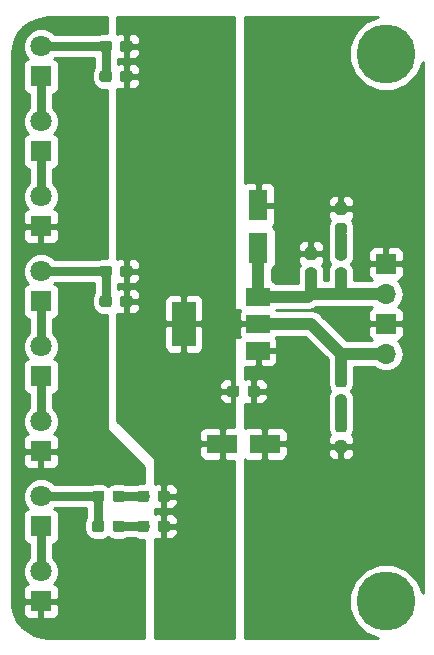
<source format=gtl>
G04 #@! TF.GenerationSoftware,KiCad,Pcbnew,(6.0.0-rc1-dev)*
G04 #@! TF.CreationDate,2018-08-10T23:28:26+02:00*
G04 #@! TF.ProjectId,sender,73656E6465722E6B696361645F706362,rev?*
G04 #@! TF.SameCoordinates,PX6ed25c8PY45a45e8*
G04 #@! TF.FileFunction,Copper,L1,Top,Signal*
G04 #@! TF.FilePolarity,Positive*
%FSLAX46Y46*%
G04 Gerber Fmt 4.6, Leading zero omitted, Abs format (unit mm)*
G04 Created by KiCad (PCBNEW (6.0.0-rc1-dev)) date Fri Aug 10 23:28:26 2018*
%MOMM*%
%LPD*%
G01*
G04 APERTURE LIST*
G04 #@! TA.AperFunction,ComponentPad*
%ADD10C,5.000000*%
G04 #@! TD*
G04 #@! TA.AperFunction,Conductor*
%ADD11C,0.100000*%
G04 #@! TD*
G04 #@! TA.AperFunction,SMDPad,CuDef*
%ADD12C,0.950000*%
G04 #@! TD*
G04 #@! TA.AperFunction,SMDPad,CuDef*
%ADD13R,2.600000X1.600000*%
G04 #@! TD*
G04 #@! TA.AperFunction,SMDPad,CuDef*
%ADD14R,1.600000X2.600000*%
G04 #@! TD*
G04 #@! TA.AperFunction,ComponentPad*
%ADD15O,1.700000X1.700000*%
G04 #@! TD*
G04 #@! TA.AperFunction,ComponentPad*
%ADD16R,1.700000X1.700000*%
G04 #@! TD*
G04 #@! TA.AperFunction,ComponentPad*
%ADD17C,1.800000*%
G04 #@! TD*
G04 #@! TA.AperFunction,ComponentPad*
%ADD18R,1.800000X1.800000*%
G04 #@! TD*
G04 #@! TA.AperFunction,SMDPad,CuDef*
%ADD19R,2.000000X3.800000*%
G04 #@! TD*
G04 #@! TA.AperFunction,SMDPad,CuDef*
%ADD20R,2.000000X1.500000*%
G04 #@! TD*
G04 #@! TA.AperFunction,Conductor*
%ADD21C,1.000000*%
G04 #@! TD*
G04 #@! TA.AperFunction,Conductor*
%ADD22C,0.750000*%
G04 #@! TD*
G04 #@! TA.AperFunction,Conductor*
%ADD23C,0.254000*%
G04 #@! TD*
G04 APERTURE END LIST*
D10*
G04 #@! TO.P,REF\002A\002A,1*
G04 #@! TO.N,N/C*
X32385000Y-50165000D03*
G04 #@! TD*
D11*
G04 #@! TO.N,GND*
G04 #@! TO.C,D10*
G36*
X28835779Y-36546144D02*
X28858834Y-36549563D01*
X28881443Y-36555227D01*
X28903387Y-36563079D01*
X28924457Y-36573044D01*
X28944448Y-36585026D01*
X28963168Y-36598910D01*
X28980438Y-36614562D01*
X28996090Y-36631832D01*
X29009974Y-36650552D01*
X29021956Y-36670543D01*
X29031921Y-36691613D01*
X29039773Y-36713557D01*
X29045437Y-36736166D01*
X29048856Y-36759221D01*
X29050000Y-36782500D01*
X29050000Y-37357500D01*
X29048856Y-37380779D01*
X29045437Y-37403834D01*
X29039773Y-37426443D01*
X29031921Y-37448387D01*
X29021956Y-37469457D01*
X29009974Y-37489448D01*
X28996090Y-37508168D01*
X28980438Y-37525438D01*
X28963168Y-37541090D01*
X28944448Y-37554974D01*
X28924457Y-37566956D01*
X28903387Y-37576921D01*
X28881443Y-37584773D01*
X28858834Y-37590437D01*
X28835779Y-37593856D01*
X28812500Y-37595000D01*
X28337500Y-37595000D01*
X28314221Y-37593856D01*
X28291166Y-37590437D01*
X28268557Y-37584773D01*
X28246613Y-37576921D01*
X28225543Y-37566956D01*
X28205552Y-37554974D01*
X28186832Y-37541090D01*
X28169562Y-37525438D01*
X28153910Y-37508168D01*
X28140026Y-37489448D01*
X28128044Y-37469457D01*
X28118079Y-37448387D01*
X28110227Y-37426443D01*
X28104563Y-37403834D01*
X28101144Y-37380779D01*
X28100000Y-37357500D01*
X28100000Y-36782500D01*
X28101144Y-36759221D01*
X28104563Y-36736166D01*
X28110227Y-36713557D01*
X28118079Y-36691613D01*
X28128044Y-36670543D01*
X28140026Y-36650552D01*
X28153910Y-36631832D01*
X28169562Y-36614562D01*
X28186832Y-36598910D01*
X28205552Y-36585026D01*
X28225543Y-36573044D01*
X28246613Y-36563079D01*
X28268557Y-36555227D01*
X28291166Y-36549563D01*
X28314221Y-36546144D01*
X28337500Y-36545000D01*
X28812500Y-36545000D01*
X28835779Y-36546144D01*
X28835779Y-36546144D01*
G37*
D12*
G04 #@! TD*
G04 #@! TO.P,D10,1*
G04 #@! TO.N,GND*
X28575000Y-37070000D03*
D11*
G04 #@! TO.N,Net-(D10-Pad2)*
G04 #@! TO.C,D10*
G36*
X28835779Y-34796144D02*
X28858834Y-34799563D01*
X28881443Y-34805227D01*
X28903387Y-34813079D01*
X28924457Y-34823044D01*
X28944448Y-34835026D01*
X28963168Y-34848910D01*
X28980438Y-34864562D01*
X28996090Y-34881832D01*
X29009974Y-34900552D01*
X29021956Y-34920543D01*
X29031921Y-34941613D01*
X29039773Y-34963557D01*
X29045437Y-34986166D01*
X29048856Y-35009221D01*
X29050000Y-35032500D01*
X29050000Y-35607500D01*
X29048856Y-35630779D01*
X29045437Y-35653834D01*
X29039773Y-35676443D01*
X29031921Y-35698387D01*
X29021956Y-35719457D01*
X29009974Y-35739448D01*
X28996090Y-35758168D01*
X28980438Y-35775438D01*
X28963168Y-35791090D01*
X28944448Y-35804974D01*
X28924457Y-35816956D01*
X28903387Y-35826921D01*
X28881443Y-35834773D01*
X28858834Y-35840437D01*
X28835779Y-35843856D01*
X28812500Y-35845000D01*
X28337500Y-35845000D01*
X28314221Y-35843856D01*
X28291166Y-35840437D01*
X28268557Y-35834773D01*
X28246613Y-35826921D01*
X28225543Y-35816956D01*
X28205552Y-35804974D01*
X28186832Y-35791090D01*
X28169562Y-35775438D01*
X28153910Y-35758168D01*
X28140026Y-35739448D01*
X28128044Y-35719457D01*
X28118079Y-35698387D01*
X28110227Y-35676443D01*
X28104563Y-35653834D01*
X28101144Y-35630779D01*
X28100000Y-35607500D01*
X28100000Y-35032500D01*
X28101144Y-35009221D01*
X28104563Y-34986166D01*
X28110227Y-34963557D01*
X28118079Y-34941613D01*
X28128044Y-34920543D01*
X28140026Y-34900552D01*
X28153910Y-34881832D01*
X28169562Y-34864562D01*
X28186832Y-34848910D01*
X28205552Y-34835026D01*
X28225543Y-34823044D01*
X28246613Y-34813079D01*
X28268557Y-34805227D01*
X28291166Y-34799563D01*
X28314221Y-34796144D01*
X28337500Y-34795000D01*
X28812500Y-34795000D01*
X28835779Y-34796144D01*
X28835779Y-34796144D01*
G37*
D12*
G04 #@! TD*
G04 #@! TO.P,D10,2*
G04 #@! TO.N,Net-(D10-Pad2)*
X28575000Y-35320000D03*
D13*
G04 #@! TO.P,C4,2*
G04 #@! TO.N,GND*
X22120000Y-36830000D03*
G04 #@! TO.P,C4,1*
G04 #@! TO.N,+5V*
X18520000Y-36830000D03*
G04 #@! TD*
D14*
G04 #@! TO.P,C1,1*
G04 #@! TO.N,VCC*
X21590000Y-20215000D03*
G04 #@! TO.P,C1,2*
G04 #@! TO.N,GND*
X21590000Y-16615000D03*
G04 #@! TD*
D11*
G04 #@! TO.N,GND*
G04 #@! TO.C,C2*
G36*
X26295779Y-20191144D02*
X26318834Y-20194563D01*
X26341443Y-20200227D01*
X26363387Y-20208079D01*
X26384457Y-20218044D01*
X26404448Y-20230026D01*
X26423168Y-20243910D01*
X26440438Y-20259562D01*
X26456090Y-20276832D01*
X26469974Y-20295552D01*
X26481956Y-20315543D01*
X26491921Y-20336613D01*
X26499773Y-20358557D01*
X26505437Y-20381166D01*
X26508856Y-20404221D01*
X26510000Y-20427500D01*
X26510000Y-21002500D01*
X26508856Y-21025779D01*
X26505437Y-21048834D01*
X26499773Y-21071443D01*
X26491921Y-21093387D01*
X26481956Y-21114457D01*
X26469974Y-21134448D01*
X26456090Y-21153168D01*
X26440438Y-21170438D01*
X26423168Y-21186090D01*
X26404448Y-21199974D01*
X26384457Y-21211956D01*
X26363387Y-21221921D01*
X26341443Y-21229773D01*
X26318834Y-21235437D01*
X26295779Y-21238856D01*
X26272500Y-21240000D01*
X25797500Y-21240000D01*
X25774221Y-21238856D01*
X25751166Y-21235437D01*
X25728557Y-21229773D01*
X25706613Y-21221921D01*
X25685543Y-21211956D01*
X25665552Y-21199974D01*
X25646832Y-21186090D01*
X25629562Y-21170438D01*
X25613910Y-21153168D01*
X25600026Y-21134448D01*
X25588044Y-21114457D01*
X25578079Y-21093387D01*
X25570227Y-21071443D01*
X25564563Y-21048834D01*
X25561144Y-21025779D01*
X25560000Y-21002500D01*
X25560000Y-20427500D01*
X25561144Y-20404221D01*
X25564563Y-20381166D01*
X25570227Y-20358557D01*
X25578079Y-20336613D01*
X25588044Y-20315543D01*
X25600026Y-20295552D01*
X25613910Y-20276832D01*
X25629562Y-20259562D01*
X25646832Y-20243910D01*
X25665552Y-20230026D01*
X25685543Y-20218044D01*
X25706613Y-20208079D01*
X25728557Y-20200227D01*
X25751166Y-20194563D01*
X25774221Y-20191144D01*
X25797500Y-20190000D01*
X26272500Y-20190000D01*
X26295779Y-20191144D01*
X26295779Y-20191144D01*
G37*
D12*
G04 #@! TD*
G04 #@! TO.P,C2,2*
G04 #@! TO.N,GND*
X26035000Y-20715000D03*
D11*
G04 #@! TO.N,VCC*
G04 #@! TO.C,C2*
G36*
X26295779Y-21941144D02*
X26318834Y-21944563D01*
X26341443Y-21950227D01*
X26363387Y-21958079D01*
X26384457Y-21968044D01*
X26404448Y-21980026D01*
X26423168Y-21993910D01*
X26440438Y-22009562D01*
X26456090Y-22026832D01*
X26469974Y-22045552D01*
X26481956Y-22065543D01*
X26491921Y-22086613D01*
X26499773Y-22108557D01*
X26505437Y-22131166D01*
X26508856Y-22154221D01*
X26510000Y-22177500D01*
X26510000Y-22752500D01*
X26508856Y-22775779D01*
X26505437Y-22798834D01*
X26499773Y-22821443D01*
X26491921Y-22843387D01*
X26481956Y-22864457D01*
X26469974Y-22884448D01*
X26456090Y-22903168D01*
X26440438Y-22920438D01*
X26423168Y-22936090D01*
X26404448Y-22949974D01*
X26384457Y-22961956D01*
X26363387Y-22971921D01*
X26341443Y-22979773D01*
X26318834Y-22985437D01*
X26295779Y-22988856D01*
X26272500Y-22990000D01*
X25797500Y-22990000D01*
X25774221Y-22988856D01*
X25751166Y-22985437D01*
X25728557Y-22979773D01*
X25706613Y-22971921D01*
X25685543Y-22961956D01*
X25665552Y-22949974D01*
X25646832Y-22936090D01*
X25629562Y-22920438D01*
X25613910Y-22903168D01*
X25600026Y-22884448D01*
X25588044Y-22864457D01*
X25578079Y-22843387D01*
X25570227Y-22821443D01*
X25564563Y-22798834D01*
X25561144Y-22775779D01*
X25560000Y-22752500D01*
X25560000Y-22177500D01*
X25561144Y-22154221D01*
X25564563Y-22131166D01*
X25570227Y-22108557D01*
X25578079Y-22086613D01*
X25588044Y-22065543D01*
X25600026Y-22045552D01*
X25613910Y-22026832D01*
X25629562Y-22009562D01*
X25646832Y-21993910D01*
X25665552Y-21980026D01*
X25685543Y-21968044D01*
X25706613Y-21958079D01*
X25728557Y-21950227D01*
X25751166Y-21944563D01*
X25774221Y-21941144D01*
X25797500Y-21940000D01*
X26272500Y-21940000D01*
X26295779Y-21941144D01*
X26295779Y-21941144D01*
G37*
D12*
G04 #@! TD*
G04 #@! TO.P,C2,1*
G04 #@! TO.N,VCC*
X26035000Y-22465000D03*
D11*
G04 #@! TO.N,+5V*
G04 #@! TO.C,C3*
G36*
X19755779Y-31911144D02*
X19778834Y-31914563D01*
X19801443Y-31920227D01*
X19823387Y-31928079D01*
X19844457Y-31938044D01*
X19864448Y-31950026D01*
X19883168Y-31963910D01*
X19900438Y-31979562D01*
X19916090Y-31996832D01*
X19929974Y-32015552D01*
X19941956Y-32035543D01*
X19951921Y-32056613D01*
X19959773Y-32078557D01*
X19965437Y-32101166D01*
X19968856Y-32124221D01*
X19970000Y-32147500D01*
X19970000Y-32622500D01*
X19968856Y-32645779D01*
X19965437Y-32668834D01*
X19959773Y-32691443D01*
X19951921Y-32713387D01*
X19941956Y-32734457D01*
X19929974Y-32754448D01*
X19916090Y-32773168D01*
X19900438Y-32790438D01*
X19883168Y-32806090D01*
X19864448Y-32819974D01*
X19844457Y-32831956D01*
X19823387Y-32841921D01*
X19801443Y-32849773D01*
X19778834Y-32855437D01*
X19755779Y-32858856D01*
X19732500Y-32860000D01*
X19157500Y-32860000D01*
X19134221Y-32858856D01*
X19111166Y-32855437D01*
X19088557Y-32849773D01*
X19066613Y-32841921D01*
X19045543Y-32831956D01*
X19025552Y-32819974D01*
X19006832Y-32806090D01*
X18989562Y-32790438D01*
X18973910Y-32773168D01*
X18960026Y-32754448D01*
X18948044Y-32734457D01*
X18938079Y-32713387D01*
X18930227Y-32691443D01*
X18924563Y-32668834D01*
X18921144Y-32645779D01*
X18920000Y-32622500D01*
X18920000Y-32147500D01*
X18921144Y-32124221D01*
X18924563Y-32101166D01*
X18930227Y-32078557D01*
X18938079Y-32056613D01*
X18948044Y-32035543D01*
X18960026Y-32015552D01*
X18973910Y-31996832D01*
X18989562Y-31979562D01*
X19006832Y-31963910D01*
X19025552Y-31950026D01*
X19045543Y-31938044D01*
X19066613Y-31928079D01*
X19088557Y-31920227D01*
X19111166Y-31914563D01*
X19134221Y-31911144D01*
X19157500Y-31910000D01*
X19732500Y-31910000D01*
X19755779Y-31911144D01*
X19755779Y-31911144D01*
G37*
D12*
G04 #@! TD*
G04 #@! TO.P,C3,1*
G04 #@! TO.N,+5V*
X19445000Y-32385000D03*
D11*
G04 #@! TO.N,GND*
G04 #@! TO.C,C3*
G36*
X21505779Y-31911144D02*
X21528834Y-31914563D01*
X21551443Y-31920227D01*
X21573387Y-31928079D01*
X21594457Y-31938044D01*
X21614448Y-31950026D01*
X21633168Y-31963910D01*
X21650438Y-31979562D01*
X21666090Y-31996832D01*
X21679974Y-32015552D01*
X21691956Y-32035543D01*
X21701921Y-32056613D01*
X21709773Y-32078557D01*
X21715437Y-32101166D01*
X21718856Y-32124221D01*
X21720000Y-32147500D01*
X21720000Y-32622500D01*
X21718856Y-32645779D01*
X21715437Y-32668834D01*
X21709773Y-32691443D01*
X21701921Y-32713387D01*
X21691956Y-32734457D01*
X21679974Y-32754448D01*
X21666090Y-32773168D01*
X21650438Y-32790438D01*
X21633168Y-32806090D01*
X21614448Y-32819974D01*
X21594457Y-32831956D01*
X21573387Y-32841921D01*
X21551443Y-32849773D01*
X21528834Y-32855437D01*
X21505779Y-32858856D01*
X21482500Y-32860000D01*
X20907500Y-32860000D01*
X20884221Y-32858856D01*
X20861166Y-32855437D01*
X20838557Y-32849773D01*
X20816613Y-32841921D01*
X20795543Y-32831956D01*
X20775552Y-32819974D01*
X20756832Y-32806090D01*
X20739562Y-32790438D01*
X20723910Y-32773168D01*
X20710026Y-32754448D01*
X20698044Y-32734457D01*
X20688079Y-32713387D01*
X20680227Y-32691443D01*
X20674563Y-32668834D01*
X20671144Y-32645779D01*
X20670000Y-32622500D01*
X20670000Y-32147500D01*
X20671144Y-32124221D01*
X20674563Y-32101166D01*
X20680227Y-32078557D01*
X20688079Y-32056613D01*
X20698044Y-32035543D01*
X20710026Y-32015552D01*
X20723910Y-31996832D01*
X20739562Y-31979562D01*
X20756832Y-31963910D01*
X20775552Y-31950026D01*
X20795543Y-31938044D01*
X20816613Y-31928079D01*
X20838557Y-31920227D01*
X20861166Y-31914563D01*
X20884221Y-31911144D01*
X20907500Y-31910000D01*
X21482500Y-31910000D01*
X21505779Y-31911144D01*
X21505779Y-31911144D01*
G37*
D12*
G04 #@! TD*
G04 #@! TO.P,C3,2*
G04 #@! TO.N,GND*
X21195000Y-32385000D03*
D15*
G04 #@! TO.P,J2,2*
G04 #@! TO.N,+5V*
X32385000Y-29210000D03*
D16*
G04 #@! TO.P,J2,1*
G04 #@! TO.N,GND*
X32385000Y-26670000D03*
G04 #@! TD*
G04 #@! TO.P,J1,1*
G04 #@! TO.N,GND*
X32385000Y-21590000D03*
D15*
G04 #@! TO.P,J1,2*
G04 #@! TO.N,VCC*
X32385000Y-24130000D03*
G04 #@! TD*
D11*
G04 #@! TO.N,GND*
G04 #@! TO.C,D1*
G36*
X28835779Y-16381144D02*
X28858834Y-16384563D01*
X28881443Y-16390227D01*
X28903387Y-16398079D01*
X28924457Y-16408044D01*
X28944448Y-16420026D01*
X28963168Y-16433910D01*
X28980438Y-16449562D01*
X28996090Y-16466832D01*
X29009974Y-16485552D01*
X29021956Y-16505543D01*
X29031921Y-16526613D01*
X29039773Y-16548557D01*
X29045437Y-16571166D01*
X29048856Y-16594221D01*
X29050000Y-16617500D01*
X29050000Y-17192500D01*
X29048856Y-17215779D01*
X29045437Y-17238834D01*
X29039773Y-17261443D01*
X29031921Y-17283387D01*
X29021956Y-17304457D01*
X29009974Y-17324448D01*
X28996090Y-17343168D01*
X28980438Y-17360438D01*
X28963168Y-17376090D01*
X28944448Y-17389974D01*
X28924457Y-17401956D01*
X28903387Y-17411921D01*
X28881443Y-17419773D01*
X28858834Y-17425437D01*
X28835779Y-17428856D01*
X28812500Y-17430000D01*
X28337500Y-17430000D01*
X28314221Y-17428856D01*
X28291166Y-17425437D01*
X28268557Y-17419773D01*
X28246613Y-17411921D01*
X28225543Y-17401956D01*
X28205552Y-17389974D01*
X28186832Y-17376090D01*
X28169562Y-17360438D01*
X28153910Y-17343168D01*
X28140026Y-17324448D01*
X28128044Y-17304457D01*
X28118079Y-17283387D01*
X28110227Y-17261443D01*
X28104563Y-17238834D01*
X28101144Y-17215779D01*
X28100000Y-17192500D01*
X28100000Y-16617500D01*
X28101144Y-16594221D01*
X28104563Y-16571166D01*
X28110227Y-16548557D01*
X28118079Y-16526613D01*
X28128044Y-16505543D01*
X28140026Y-16485552D01*
X28153910Y-16466832D01*
X28169562Y-16449562D01*
X28186832Y-16433910D01*
X28205552Y-16420026D01*
X28225543Y-16408044D01*
X28246613Y-16398079D01*
X28268557Y-16390227D01*
X28291166Y-16384563D01*
X28314221Y-16381144D01*
X28337500Y-16380000D01*
X28812500Y-16380000D01*
X28835779Y-16381144D01*
X28835779Y-16381144D01*
G37*
D12*
G04 #@! TD*
G04 #@! TO.P,D1,1*
G04 #@! TO.N,GND*
X28575000Y-16905000D03*
D11*
G04 #@! TO.N,Net-(D1-Pad2)*
G04 #@! TO.C,D1*
G36*
X28835779Y-18131144D02*
X28858834Y-18134563D01*
X28881443Y-18140227D01*
X28903387Y-18148079D01*
X28924457Y-18158044D01*
X28944448Y-18170026D01*
X28963168Y-18183910D01*
X28980438Y-18199562D01*
X28996090Y-18216832D01*
X29009974Y-18235552D01*
X29021956Y-18255543D01*
X29031921Y-18276613D01*
X29039773Y-18298557D01*
X29045437Y-18321166D01*
X29048856Y-18344221D01*
X29050000Y-18367500D01*
X29050000Y-18942500D01*
X29048856Y-18965779D01*
X29045437Y-18988834D01*
X29039773Y-19011443D01*
X29031921Y-19033387D01*
X29021956Y-19054457D01*
X29009974Y-19074448D01*
X28996090Y-19093168D01*
X28980438Y-19110438D01*
X28963168Y-19126090D01*
X28944448Y-19139974D01*
X28924457Y-19151956D01*
X28903387Y-19161921D01*
X28881443Y-19169773D01*
X28858834Y-19175437D01*
X28835779Y-19178856D01*
X28812500Y-19180000D01*
X28337500Y-19180000D01*
X28314221Y-19178856D01*
X28291166Y-19175437D01*
X28268557Y-19169773D01*
X28246613Y-19161921D01*
X28225543Y-19151956D01*
X28205552Y-19139974D01*
X28186832Y-19126090D01*
X28169562Y-19110438D01*
X28153910Y-19093168D01*
X28140026Y-19074448D01*
X28128044Y-19054457D01*
X28118079Y-19033387D01*
X28110227Y-19011443D01*
X28104563Y-18988834D01*
X28101144Y-18965779D01*
X28100000Y-18942500D01*
X28100000Y-18367500D01*
X28101144Y-18344221D01*
X28104563Y-18321166D01*
X28110227Y-18298557D01*
X28118079Y-18276613D01*
X28128044Y-18255543D01*
X28140026Y-18235552D01*
X28153910Y-18216832D01*
X28169562Y-18199562D01*
X28186832Y-18183910D01*
X28205552Y-18170026D01*
X28225543Y-18158044D01*
X28246613Y-18148079D01*
X28268557Y-18140227D01*
X28291166Y-18134563D01*
X28314221Y-18131144D01*
X28337500Y-18130000D01*
X28812500Y-18130000D01*
X28835779Y-18131144D01*
X28835779Y-18131144D01*
G37*
D12*
G04 #@! TD*
G04 #@! TO.P,D1,2*
G04 #@! TO.N,Net-(D1-Pad2)*
X28575000Y-18655000D03*
D17*
G04 #@! TO.P,D9,2*
G04 #@! TO.N,Net-(D8-Pad1)*
X3175000Y-47625000D03*
D18*
G04 #@! TO.P,D9,1*
G04 #@! TO.N,GND*
X3175000Y-50165000D03*
G04 #@! TD*
G04 #@! TO.P,D7,1*
G04 #@! TO.N,GND*
X3175000Y-37465000D03*
D17*
G04 #@! TO.P,D7,2*
G04 #@! TO.N,Net-(D5-Pad1)*
X3175000Y-34925000D03*
G04 #@! TD*
G04 #@! TO.P,D6,2*
G04 #@! TO.N,Net-(D3-Pad1)*
X3175000Y-15875000D03*
D18*
G04 #@! TO.P,D6,1*
G04 #@! TO.N,GND*
X3175000Y-18415000D03*
G04 #@! TD*
G04 #@! TO.P,D5,1*
G04 #@! TO.N,Net-(D5-Pad1)*
X3175000Y-31115000D03*
D17*
G04 #@! TO.P,D5,2*
G04 #@! TO.N,Net-(D4-Pad1)*
X3175000Y-28575000D03*
G04 #@! TD*
G04 #@! TO.P,D4,2*
G04 #@! TO.N,Net-(D4-Pad2)*
X3175000Y-22225000D03*
D18*
G04 #@! TO.P,D4,1*
G04 #@! TO.N,Net-(D4-Pad1)*
X3175000Y-24765000D03*
G04 #@! TD*
G04 #@! TO.P,D3,1*
G04 #@! TO.N,Net-(D3-Pad1)*
X3175000Y-12065000D03*
D17*
G04 #@! TO.P,D3,2*
G04 #@! TO.N,Net-(D2-Pad1)*
X3175000Y-9525000D03*
G04 #@! TD*
G04 #@! TO.P,D2,2*
G04 #@! TO.N,Net-(D2-Pad2)*
X3175000Y-3175000D03*
D18*
G04 #@! TO.P,D2,1*
G04 #@! TO.N,Net-(D2-Pad1)*
X3175000Y-5715000D03*
G04 #@! TD*
G04 #@! TO.P,D8,1*
G04 #@! TO.N,Net-(D8-Pad1)*
X3175000Y-43815000D03*
D17*
G04 #@! TO.P,D8,2*
G04 #@! TO.N,Net-(D8-Pad2)*
X3175000Y-41275000D03*
G04 #@! TD*
D19*
G04 #@! TO.P,U1,2*
G04 #@! TO.N,+5V*
X15265000Y-26670000D03*
D20*
X21565000Y-26670000D03*
G04 #@! TO.P,U1,3*
G04 #@! TO.N,VCC*
X21565000Y-24370000D03*
G04 #@! TO.P,U1,1*
G04 #@! TO.N,GND*
X21565000Y-28970000D03*
G04 #@! TD*
D11*
G04 #@! TO.N,Net-(D10-Pad2)*
G04 #@! TO.C,R10*
G36*
X28835779Y-32736144D02*
X28858834Y-32739563D01*
X28881443Y-32745227D01*
X28903387Y-32753079D01*
X28924457Y-32763044D01*
X28944448Y-32775026D01*
X28963168Y-32788910D01*
X28980438Y-32804562D01*
X28996090Y-32821832D01*
X29009974Y-32840552D01*
X29021956Y-32860543D01*
X29031921Y-32881613D01*
X29039773Y-32903557D01*
X29045437Y-32926166D01*
X29048856Y-32949221D01*
X29050000Y-32972500D01*
X29050000Y-33547500D01*
X29048856Y-33570779D01*
X29045437Y-33593834D01*
X29039773Y-33616443D01*
X29031921Y-33638387D01*
X29021956Y-33659457D01*
X29009974Y-33679448D01*
X28996090Y-33698168D01*
X28980438Y-33715438D01*
X28963168Y-33731090D01*
X28944448Y-33744974D01*
X28924457Y-33756956D01*
X28903387Y-33766921D01*
X28881443Y-33774773D01*
X28858834Y-33780437D01*
X28835779Y-33783856D01*
X28812500Y-33785000D01*
X28337500Y-33785000D01*
X28314221Y-33783856D01*
X28291166Y-33780437D01*
X28268557Y-33774773D01*
X28246613Y-33766921D01*
X28225543Y-33756956D01*
X28205552Y-33744974D01*
X28186832Y-33731090D01*
X28169562Y-33715438D01*
X28153910Y-33698168D01*
X28140026Y-33679448D01*
X28128044Y-33659457D01*
X28118079Y-33638387D01*
X28110227Y-33616443D01*
X28104563Y-33593834D01*
X28101144Y-33570779D01*
X28100000Y-33547500D01*
X28100000Y-32972500D01*
X28101144Y-32949221D01*
X28104563Y-32926166D01*
X28110227Y-32903557D01*
X28118079Y-32881613D01*
X28128044Y-32860543D01*
X28140026Y-32840552D01*
X28153910Y-32821832D01*
X28169562Y-32804562D01*
X28186832Y-32788910D01*
X28205552Y-32775026D01*
X28225543Y-32763044D01*
X28246613Y-32753079D01*
X28268557Y-32745227D01*
X28291166Y-32739563D01*
X28314221Y-32736144D01*
X28337500Y-32735000D01*
X28812500Y-32735000D01*
X28835779Y-32736144D01*
X28835779Y-32736144D01*
G37*
D12*
G04 #@! TD*
G04 #@! TO.P,R10,2*
G04 #@! TO.N,Net-(D10-Pad2)*
X28575000Y-33260000D03*
D11*
G04 #@! TO.N,+5V*
G04 #@! TO.C,R10*
G36*
X28835779Y-30986144D02*
X28858834Y-30989563D01*
X28881443Y-30995227D01*
X28903387Y-31003079D01*
X28924457Y-31013044D01*
X28944448Y-31025026D01*
X28963168Y-31038910D01*
X28980438Y-31054562D01*
X28996090Y-31071832D01*
X29009974Y-31090552D01*
X29021956Y-31110543D01*
X29031921Y-31131613D01*
X29039773Y-31153557D01*
X29045437Y-31176166D01*
X29048856Y-31199221D01*
X29050000Y-31222500D01*
X29050000Y-31797500D01*
X29048856Y-31820779D01*
X29045437Y-31843834D01*
X29039773Y-31866443D01*
X29031921Y-31888387D01*
X29021956Y-31909457D01*
X29009974Y-31929448D01*
X28996090Y-31948168D01*
X28980438Y-31965438D01*
X28963168Y-31981090D01*
X28944448Y-31994974D01*
X28924457Y-32006956D01*
X28903387Y-32016921D01*
X28881443Y-32024773D01*
X28858834Y-32030437D01*
X28835779Y-32033856D01*
X28812500Y-32035000D01*
X28337500Y-32035000D01*
X28314221Y-32033856D01*
X28291166Y-32030437D01*
X28268557Y-32024773D01*
X28246613Y-32016921D01*
X28225543Y-32006956D01*
X28205552Y-31994974D01*
X28186832Y-31981090D01*
X28169562Y-31965438D01*
X28153910Y-31948168D01*
X28140026Y-31929448D01*
X28128044Y-31909457D01*
X28118079Y-31888387D01*
X28110227Y-31866443D01*
X28104563Y-31843834D01*
X28101144Y-31820779D01*
X28100000Y-31797500D01*
X28100000Y-31222500D01*
X28101144Y-31199221D01*
X28104563Y-31176166D01*
X28110227Y-31153557D01*
X28118079Y-31131613D01*
X28128044Y-31110543D01*
X28140026Y-31090552D01*
X28153910Y-31071832D01*
X28169562Y-31054562D01*
X28186832Y-31038910D01*
X28205552Y-31025026D01*
X28225543Y-31013044D01*
X28246613Y-31003079D01*
X28268557Y-30995227D01*
X28291166Y-30989563D01*
X28314221Y-30986144D01*
X28337500Y-30985000D01*
X28812500Y-30985000D01*
X28835779Y-30986144D01*
X28835779Y-30986144D01*
G37*
D12*
G04 #@! TD*
G04 #@! TO.P,R10,1*
G04 #@! TO.N,+5V*
X28575000Y-31510000D03*
D11*
G04 #@! TO.N,VCC*
G04 #@! TO.C,R1*
G36*
X28835779Y-21941144D02*
X28858834Y-21944563D01*
X28881443Y-21950227D01*
X28903387Y-21958079D01*
X28924457Y-21968044D01*
X28944448Y-21980026D01*
X28963168Y-21993910D01*
X28980438Y-22009562D01*
X28996090Y-22026832D01*
X29009974Y-22045552D01*
X29021956Y-22065543D01*
X29031921Y-22086613D01*
X29039773Y-22108557D01*
X29045437Y-22131166D01*
X29048856Y-22154221D01*
X29050000Y-22177500D01*
X29050000Y-22752500D01*
X29048856Y-22775779D01*
X29045437Y-22798834D01*
X29039773Y-22821443D01*
X29031921Y-22843387D01*
X29021956Y-22864457D01*
X29009974Y-22884448D01*
X28996090Y-22903168D01*
X28980438Y-22920438D01*
X28963168Y-22936090D01*
X28944448Y-22949974D01*
X28924457Y-22961956D01*
X28903387Y-22971921D01*
X28881443Y-22979773D01*
X28858834Y-22985437D01*
X28835779Y-22988856D01*
X28812500Y-22990000D01*
X28337500Y-22990000D01*
X28314221Y-22988856D01*
X28291166Y-22985437D01*
X28268557Y-22979773D01*
X28246613Y-22971921D01*
X28225543Y-22961956D01*
X28205552Y-22949974D01*
X28186832Y-22936090D01*
X28169562Y-22920438D01*
X28153910Y-22903168D01*
X28140026Y-22884448D01*
X28128044Y-22864457D01*
X28118079Y-22843387D01*
X28110227Y-22821443D01*
X28104563Y-22798834D01*
X28101144Y-22775779D01*
X28100000Y-22752500D01*
X28100000Y-22177500D01*
X28101144Y-22154221D01*
X28104563Y-22131166D01*
X28110227Y-22108557D01*
X28118079Y-22086613D01*
X28128044Y-22065543D01*
X28140026Y-22045552D01*
X28153910Y-22026832D01*
X28169562Y-22009562D01*
X28186832Y-21993910D01*
X28205552Y-21980026D01*
X28225543Y-21968044D01*
X28246613Y-21958079D01*
X28268557Y-21950227D01*
X28291166Y-21944563D01*
X28314221Y-21941144D01*
X28337500Y-21940000D01*
X28812500Y-21940000D01*
X28835779Y-21941144D01*
X28835779Y-21941144D01*
G37*
D12*
G04 #@! TD*
G04 #@! TO.P,R1,1*
G04 #@! TO.N,VCC*
X28575000Y-22465000D03*
D11*
G04 #@! TO.N,Net-(D1-Pad2)*
G04 #@! TO.C,R1*
G36*
X28835779Y-20191144D02*
X28858834Y-20194563D01*
X28881443Y-20200227D01*
X28903387Y-20208079D01*
X28924457Y-20218044D01*
X28944448Y-20230026D01*
X28963168Y-20243910D01*
X28980438Y-20259562D01*
X28996090Y-20276832D01*
X29009974Y-20295552D01*
X29021956Y-20315543D01*
X29031921Y-20336613D01*
X29039773Y-20358557D01*
X29045437Y-20381166D01*
X29048856Y-20404221D01*
X29050000Y-20427500D01*
X29050000Y-21002500D01*
X29048856Y-21025779D01*
X29045437Y-21048834D01*
X29039773Y-21071443D01*
X29031921Y-21093387D01*
X29021956Y-21114457D01*
X29009974Y-21134448D01*
X28996090Y-21153168D01*
X28980438Y-21170438D01*
X28963168Y-21186090D01*
X28944448Y-21199974D01*
X28924457Y-21211956D01*
X28903387Y-21221921D01*
X28881443Y-21229773D01*
X28858834Y-21235437D01*
X28835779Y-21238856D01*
X28812500Y-21240000D01*
X28337500Y-21240000D01*
X28314221Y-21238856D01*
X28291166Y-21235437D01*
X28268557Y-21229773D01*
X28246613Y-21221921D01*
X28225543Y-21211956D01*
X28205552Y-21199974D01*
X28186832Y-21186090D01*
X28169562Y-21170438D01*
X28153910Y-21153168D01*
X28140026Y-21134448D01*
X28128044Y-21114457D01*
X28118079Y-21093387D01*
X28110227Y-21071443D01*
X28104563Y-21048834D01*
X28101144Y-21025779D01*
X28100000Y-21002500D01*
X28100000Y-20427500D01*
X28101144Y-20404221D01*
X28104563Y-20381166D01*
X28110227Y-20358557D01*
X28118079Y-20336613D01*
X28128044Y-20315543D01*
X28140026Y-20295552D01*
X28153910Y-20276832D01*
X28169562Y-20259562D01*
X28186832Y-20243910D01*
X28205552Y-20230026D01*
X28225543Y-20218044D01*
X28246613Y-20208079D01*
X28268557Y-20200227D01*
X28291166Y-20194563D01*
X28314221Y-20191144D01*
X28337500Y-20190000D01*
X28812500Y-20190000D01*
X28835779Y-20191144D01*
X28835779Y-20191144D01*
G37*
D12*
G04 #@! TD*
G04 #@! TO.P,R1,2*
G04 #@! TO.N,Net-(D1-Pad2)*
X28575000Y-20715000D03*
D11*
G04 #@! TO.N,Net-(D2-Pad2)*
G04 #@! TO.C,R2*
G36*
X8960779Y-5241144D02*
X8983834Y-5244563D01*
X9006443Y-5250227D01*
X9028387Y-5258079D01*
X9049457Y-5268044D01*
X9069448Y-5280026D01*
X9088168Y-5293910D01*
X9105438Y-5309562D01*
X9121090Y-5326832D01*
X9134974Y-5345552D01*
X9146956Y-5365543D01*
X9156921Y-5386613D01*
X9164773Y-5408557D01*
X9170437Y-5431166D01*
X9173856Y-5454221D01*
X9175000Y-5477500D01*
X9175000Y-5952500D01*
X9173856Y-5975779D01*
X9170437Y-5998834D01*
X9164773Y-6021443D01*
X9156921Y-6043387D01*
X9146956Y-6064457D01*
X9134974Y-6084448D01*
X9121090Y-6103168D01*
X9105438Y-6120438D01*
X9088168Y-6136090D01*
X9069448Y-6149974D01*
X9049457Y-6161956D01*
X9028387Y-6171921D01*
X9006443Y-6179773D01*
X8983834Y-6185437D01*
X8960779Y-6188856D01*
X8937500Y-6190000D01*
X8362500Y-6190000D01*
X8339221Y-6188856D01*
X8316166Y-6185437D01*
X8293557Y-6179773D01*
X8271613Y-6171921D01*
X8250543Y-6161956D01*
X8230552Y-6149974D01*
X8211832Y-6136090D01*
X8194562Y-6120438D01*
X8178910Y-6103168D01*
X8165026Y-6084448D01*
X8153044Y-6064457D01*
X8143079Y-6043387D01*
X8135227Y-6021443D01*
X8129563Y-5998834D01*
X8126144Y-5975779D01*
X8125000Y-5952500D01*
X8125000Y-5477500D01*
X8126144Y-5454221D01*
X8129563Y-5431166D01*
X8135227Y-5408557D01*
X8143079Y-5386613D01*
X8153044Y-5365543D01*
X8165026Y-5345552D01*
X8178910Y-5326832D01*
X8194562Y-5309562D01*
X8211832Y-5293910D01*
X8230552Y-5280026D01*
X8250543Y-5268044D01*
X8271613Y-5258079D01*
X8293557Y-5250227D01*
X8316166Y-5244563D01*
X8339221Y-5241144D01*
X8362500Y-5240000D01*
X8937500Y-5240000D01*
X8960779Y-5241144D01*
X8960779Y-5241144D01*
G37*
D12*
G04 #@! TD*
G04 #@! TO.P,R2,2*
G04 #@! TO.N,Net-(D2-Pad2)*
X8650000Y-5715000D03*
D11*
G04 #@! TO.N,+5V*
G04 #@! TO.C,R2*
G36*
X10710779Y-5241144D02*
X10733834Y-5244563D01*
X10756443Y-5250227D01*
X10778387Y-5258079D01*
X10799457Y-5268044D01*
X10819448Y-5280026D01*
X10838168Y-5293910D01*
X10855438Y-5309562D01*
X10871090Y-5326832D01*
X10884974Y-5345552D01*
X10896956Y-5365543D01*
X10906921Y-5386613D01*
X10914773Y-5408557D01*
X10920437Y-5431166D01*
X10923856Y-5454221D01*
X10925000Y-5477500D01*
X10925000Y-5952500D01*
X10923856Y-5975779D01*
X10920437Y-5998834D01*
X10914773Y-6021443D01*
X10906921Y-6043387D01*
X10896956Y-6064457D01*
X10884974Y-6084448D01*
X10871090Y-6103168D01*
X10855438Y-6120438D01*
X10838168Y-6136090D01*
X10819448Y-6149974D01*
X10799457Y-6161956D01*
X10778387Y-6171921D01*
X10756443Y-6179773D01*
X10733834Y-6185437D01*
X10710779Y-6188856D01*
X10687500Y-6190000D01*
X10112500Y-6190000D01*
X10089221Y-6188856D01*
X10066166Y-6185437D01*
X10043557Y-6179773D01*
X10021613Y-6171921D01*
X10000543Y-6161956D01*
X9980552Y-6149974D01*
X9961832Y-6136090D01*
X9944562Y-6120438D01*
X9928910Y-6103168D01*
X9915026Y-6084448D01*
X9903044Y-6064457D01*
X9893079Y-6043387D01*
X9885227Y-6021443D01*
X9879563Y-5998834D01*
X9876144Y-5975779D01*
X9875000Y-5952500D01*
X9875000Y-5477500D01*
X9876144Y-5454221D01*
X9879563Y-5431166D01*
X9885227Y-5408557D01*
X9893079Y-5386613D01*
X9903044Y-5365543D01*
X9915026Y-5345552D01*
X9928910Y-5326832D01*
X9944562Y-5309562D01*
X9961832Y-5293910D01*
X9980552Y-5280026D01*
X10000543Y-5268044D01*
X10021613Y-5258079D01*
X10043557Y-5250227D01*
X10066166Y-5244563D01*
X10089221Y-5241144D01*
X10112500Y-5240000D01*
X10687500Y-5240000D01*
X10710779Y-5241144D01*
X10710779Y-5241144D01*
G37*
D12*
G04 #@! TD*
G04 #@! TO.P,R2,1*
G04 #@! TO.N,+5V*
X10400000Y-5715000D03*
D11*
G04 #@! TO.N,+5V*
G04 #@! TO.C,R3*
G36*
X10710779Y-2701144D02*
X10733834Y-2704563D01*
X10756443Y-2710227D01*
X10778387Y-2718079D01*
X10799457Y-2728044D01*
X10819448Y-2740026D01*
X10838168Y-2753910D01*
X10855438Y-2769562D01*
X10871090Y-2786832D01*
X10884974Y-2805552D01*
X10896956Y-2825543D01*
X10906921Y-2846613D01*
X10914773Y-2868557D01*
X10920437Y-2891166D01*
X10923856Y-2914221D01*
X10925000Y-2937500D01*
X10925000Y-3412500D01*
X10923856Y-3435779D01*
X10920437Y-3458834D01*
X10914773Y-3481443D01*
X10906921Y-3503387D01*
X10896956Y-3524457D01*
X10884974Y-3544448D01*
X10871090Y-3563168D01*
X10855438Y-3580438D01*
X10838168Y-3596090D01*
X10819448Y-3609974D01*
X10799457Y-3621956D01*
X10778387Y-3631921D01*
X10756443Y-3639773D01*
X10733834Y-3645437D01*
X10710779Y-3648856D01*
X10687500Y-3650000D01*
X10112500Y-3650000D01*
X10089221Y-3648856D01*
X10066166Y-3645437D01*
X10043557Y-3639773D01*
X10021613Y-3631921D01*
X10000543Y-3621956D01*
X9980552Y-3609974D01*
X9961832Y-3596090D01*
X9944562Y-3580438D01*
X9928910Y-3563168D01*
X9915026Y-3544448D01*
X9903044Y-3524457D01*
X9893079Y-3503387D01*
X9885227Y-3481443D01*
X9879563Y-3458834D01*
X9876144Y-3435779D01*
X9875000Y-3412500D01*
X9875000Y-2937500D01*
X9876144Y-2914221D01*
X9879563Y-2891166D01*
X9885227Y-2868557D01*
X9893079Y-2846613D01*
X9903044Y-2825543D01*
X9915026Y-2805552D01*
X9928910Y-2786832D01*
X9944562Y-2769562D01*
X9961832Y-2753910D01*
X9980552Y-2740026D01*
X10000543Y-2728044D01*
X10021613Y-2718079D01*
X10043557Y-2710227D01*
X10066166Y-2704563D01*
X10089221Y-2701144D01*
X10112500Y-2700000D01*
X10687500Y-2700000D01*
X10710779Y-2701144D01*
X10710779Y-2701144D01*
G37*
D12*
G04 #@! TD*
G04 #@! TO.P,R3,1*
G04 #@! TO.N,+5V*
X10400000Y-3175000D03*
D11*
G04 #@! TO.N,Net-(D2-Pad2)*
G04 #@! TO.C,R3*
G36*
X8960779Y-2701144D02*
X8983834Y-2704563D01*
X9006443Y-2710227D01*
X9028387Y-2718079D01*
X9049457Y-2728044D01*
X9069448Y-2740026D01*
X9088168Y-2753910D01*
X9105438Y-2769562D01*
X9121090Y-2786832D01*
X9134974Y-2805552D01*
X9146956Y-2825543D01*
X9156921Y-2846613D01*
X9164773Y-2868557D01*
X9170437Y-2891166D01*
X9173856Y-2914221D01*
X9175000Y-2937500D01*
X9175000Y-3412500D01*
X9173856Y-3435779D01*
X9170437Y-3458834D01*
X9164773Y-3481443D01*
X9156921Y-3503387D01*
X9146956Y-3524457D01*
X9134974Y-3544448D01*
X9121090Y-3563168D01*
X9105438Y-3580438D01*
X9088168Y-3596090D01*
X9069448Y-3609974D01*
X9049457Y-3621956D01*
X9028387Y-3631921D01*
X9006443Y-3639773D01*
X8983834Y-3645437D01*
X8960779Y-3648856D01*
X8937500Y-3650000D01*
X8362500Y-3650000D01*
X8339221Y-3648856D01*
X8316166Y-3645437D01*
X8293557Y-3639773D01*
X8271613Y-3631921D01*
X8250543Y-3621956D01*
X8230552Y-3609974D01*
X8211832Y-3596090D01*
X8194562Y-3580438D01*
X8178910Y-3563168D01*
X8165026Y-3544448D01*
X8153044Y-3524457D01*
X8143079Y-3503387D01*
X8135227Y-3481443D01*
X8129563Y-3458834D01*
X8126144Y-3435779D01*
X8125000Y-3412500D01*
X8125000Y-2937500D01*
X8126144Y-2914221D01*
X8129563Y-2891166D01*
X8135227Y-2868557D01*
X8143079Y-2846613D01*
X8153044Y-2825543D01*
X8165026Y-2805552D01*
X8178910Y-2786832D01*
X8194562Y-2769562D01*
X8211832Y-2753910D01*
X8230552Y-2740026D01*
X8250543Y-2728044D01*
X8271613Y-2718079D01*
X8293557Y-2710227D01*
X8316166Y-2704563D01*
X8339221Y-2701144D01*
X8362500Y-2700000D01*
X8937500Y-2700000D01*
X8960779Y-2701144D01*
X8960779Y-2701144D01*
G37*
D12*
G04 #@! TD*
G04 #@! TO.P,R3,2*
G04 #@! TO.N,Net-(D2-Pad2)*
X8650000Y-3175000D03*
D11*
G04 #@! TO.N,Net-(D4-Pad2)*
G04 #@! TO.C,R4*
G36*
X8960779Y-21751144D02*
X8983834Y-21754563D01*
X9006443Y-21760227D01*
X9028387Y-21768079D01*
X9049457Y-21778044D01*
X9069448Y-21790026D01*
X9088168Y-21803910D01*
X9105438Y-21819562D01*
X9121090Y-21836832D01*
X9134974Y-21855552D01*
X9146956Y-21875543D01*
X9156921Y-21896613D01*
X9164773Y-21918557D01*
X9170437Y-21941166D01*
X9173856Y-21964221D01*
X9175000Y-21987500D01*
X9175000Y-22462500D01*
X9173856Y-22485779D01*
X9170437Y-22508834D01*
X9164773Y-22531443D01*
X9156921Y-22553387D01*
X9146956Y-22574457D01*
X9134974Y-22594448D01*
X9121090Y-22613168D01*
X9105438Y-22630438D01*
X9088168Y-22646090D01*
X9069448Y-22659974D01*
X9049457Y-22671956D01*
X9028387Y-22681921D01*
X9006443Y-22689773D01*
X8983834Y-22695437D01*
X8960779Y-22698856D01*
X8937500Y-22700000D01*
X8362500Y-22700000D01*
X8339221Y-22698856D01*
X8316166Y-22695437D01*
X8293557Y-22689773D01*
X8271613Y-22681921D01*
X8250543Y-22671956D01*
X8230552Y-22659974D01*
X8211832Y-22646090D01*
X8194562Y-22630438D01*
X8178910Y-22613168D01*
X8165026Y-22594448D01*
X8153044Y-22574457D01*
X8143079Y-22553387D01*
X8135227Y-22531443D01*
X8129563Y-22508834D01*
X8126144Y-22485779D01*
X8125000Y-22462500D01*
X8125000Y-21987500D01*
X8126144Y-21964221D01*
X8129563Y-21941166D01*
X8135227Y-21918557D01*
X8143079Y-21896613D01*
X8153044Y-21875543D01*
X8165026Y-21855552D01*
X8178910Y-21836832D01*
X8194562Y-21819562D01*
X8211832Y-21803910D01*
X8230552Y-21790026D01*
X8250543Y-21778044D01*
X8271613Y-21768079D01*
X8293557Y-21760227D01*
X8316166Y-21754563D01*
X8339221Y-21751144D01*
X8362500Y-21750000D01*
X8937500Y-21750000D01*
X8960779Y-21751144D01*
X8960779Y-21751144D01*
G37*
D12*
G04 #@! TD*
G04 #@! TO.P,R4,2*
G04 #@! TO.N,Net-(D4-Pad2)*
X8650000Y-22225000D03*
D11*
G04 #@! TO.N,+5V*
G04 #@! TO.C,R4*
G36*
X10710779Y-21751144D02*
X10733834Y-21754563D01*
X10756443Y-21760227D01*
X10778387Y-21768079D01*
X10799457Y-21778044D01*
X10819448Y-21790026D01*
X10838168Y-21803910D01*
X10855438Y-21819562D01*
X10871090Y-21836832D01*
X10884974Y-21855552D01*
X10896956Y-21875543D01*
X10906921Y-21896613D01*
X10914773Y-21918557D01*
X10920437Y-21941166D01*
X10923856Y-21964221D01*
X10925000Y-21987500D01*
X10925000Y-22462500D01*
X10923856Y-22485779D01*
X10920437Y-22508834D01*
X10914773Y-22531443D01*
X10906921Y-22553387D01*
X10896956Y-22574457D01*
X10884974Y-22594448D01*
X10871090Y-22613168D01*
X10855438Y-22630438D01*
X10838168Y-22646090D01*
X10819448Y-22659974D01*
X10799457Y-22671956D01*
X10778387Y-22681921D01*
X10756443Y-22689773D01*
X10733834Y-22695437D01*
X10710779Y-22698856D01*
X10687500Y-22700000D01*
X10112500Y-22700000D01*
X10089221Y-22698856D01*
X10066166Y-22695437D01*
X10043557Y-22689773D01*
X10021613Y-22681921D01*
X10000543Y-22671956D01*
X9980552Y-22659974D01*
X9961832Y-22646090D01*
X9944562Y-22630438D01*
X9928910Y-22613168D01*
X9915026Y-22594448D01*
X9903044Y-22574457D01*
X9893079Y-22553387D01*
X9885227Y-22531443D01*
X9879563Y-22508834D01*
X9876144Y-22485779D01*
X9875000Y-22462500D01*
X9875000Y-21987500D01*
X9876144Y-21964221D01*
X9879563Y-21941166D01*
X9885227Y-21918557D01*
X9893079Y-21896613D01*
X9903044Y-21875543D01*
X9915026Y-21855552D01*
X9928910Y-21836832D01*
X9944562Y-21819562D01*
X9961832Y-21803910D01*
X9980552Y-21790026D01*
X10000543Y-21778044D01*
X10021613Y-21768079D01*
X10043557Y-21760227D01*
X10066166Y-21754563D01*
X10089221Y-21751144D01*
X10112500Y-21750000D01*
X10687500Y-21750000D01*
X10710779Y-21751144D01*
X10710779Y-21751144D01*
G37*
D12*
G04 #@! TD*
G04 #@! TO.P,R4,1*
G04 #@! TO.N,+5V*
X10400000Y-22225000D03*
D11*
G04 #@! TO.N,+5V*
G04 #@! TO.C,R5*
G36*
X10710779Y-24291144D02*
X10733834Y-24294563D01*
X10756443Y-24300227D01*
X10778387Y-24308079D01*
X10799457Y-24318044D01*
X10819448Y-24330026D01*
X10838168Y-24343910D01*
X10855438Y-24359562D01*
X10871090Y-24376832D01*
X10884974Y-24395552D01*
X10896956Y-24415543D01*
X10906921Y-24436613D01*
X10914773Y-24458557D01*
X10920437Y-24481166D01*
X10923856Y-24504221D01*
X10925000Y-24527500D01*
X10925000Y-25002500D01*
X10923856Y-25025779D01*
X10920437Y-25048834D01*
X10914773Y-25071443D01*
X10906921Y-25093387D01*
X10896956Y-25114457D01*
X10884974Y-25134448D01*
X10871090Y-25153168D01*
X10855438Y-25170438D01*
X10838168Y-25186090D01*
X10819448Y-25199974D01*
X10799457Y-25211956D01*
X10778387Y-25221921D01*
X10756443Y-25229773D01*
X10733834Y-25235437D01*
X10710779Y-25238856D01*
X10687500Y-25240000D01*
X10112500Y-25240000D01*
X10089221Y-25238856D01*
X10066166Y-25235437D01*
X10043557Y-25229773D01*
X10021613Y-25221921D01*
X10000543Y-25211956D01*
X9980552Y-25199974D01*
X9961832Y-25186090D01*
X9944562Y-25170438D01*
X9928910Y-25153168D01*
X9915026Y-25134448D01*
X9903044Y-25114457D01*
X9893079Y-25093387D01*
X9885227Y-25071443D01*
X9879563Y-25048834D01*
X9876144Y-25025779D01*
X9875000Y-25002500D01*
X9875000Y-24527500D01*
X9876144Y-24504221D01*
X9879563Y-24481166D01*
X9885227Y-24458557D01*
X9893079Y-24436613D01*
X9903044Y-24415543D01*
X9915026Y-24395552D01*
X9928910Y-24376832D01*
X9944562Y-24359562D01*
X9961832Y-24343910D01*
X9980552Y-24330026D01*
X10000543Y-24318044D01*
X10021613Y-24308079D01*
X10043557Y-24300227D01*
X10066166Y-24294563D01*
X10089221Y-24291144D01*
X10112500Y-24290000D01*
X10687500Y-24290000D01*
X10710779Y-24291144D01*
X10710779Y-24291144D01*
G37*
D12*
G04 #@! TD*
G04 #@! TO.P,R5,1*
G04 #@! TO.N,+5V*
X10400000Y-24765000D03*
D11*
G04 #@! TO.N,Net-(D4-Pad2)*
G04 #@! TO.C,R5*
G36*
X8960779Y-24291144D02*
X8983834Y-24294563D01*
X9006443Y-24300227D01*
X9028387Y-24308079D01*
X9049457Y-24318044D01*
X9069448Y-24330026D01*
X9088168Y-24343910D01*
X9105438Y-24359562D01*
X9121090Y-24376832D01*
X9134974Y-24395552D01*
X9146956Y-24415543D01*
X9156921Y-24436613D01*
X9164773Y-24458557D01*
X9170437Y-24481166D01*
X9173856Y-24504221D01*
X9175000Y-24527500D01*
X9175000Y-25002500D01*
X9173856Y-25025779D01*
X9170437Y-25048834D01*
X9164773Y-25071443D01*
X9156921Y-25093387D01*
X9146956Y-25114457D01*
X9134974Y-25134448D01*
X9121090Y-25153168D01*
X9105438Y-25170438D01*
X9088168Y-25186090D01*
X9069448Y-25199974D01*
X9049457Y-25211956D01*
X9028387Y-25221921D01*
X9006443Y-25229773D01*
X8983834Y-25235437D01*
X8960779Y-25238856D01*
X8937500Y-25240000D01*
X8362500Y-25240000D01*
X8339221Y-25238856D01*
X8316166Y-25235437D01*
X8293557Y-25229773D01*
X8271613Y-25221921D01*
X8250543Y-25211956D01*
X8230552Y-25199974D01*
X8211832Y-25186090D01*
X8194562Y-25170438D01*
X8178910Y-25153168D01*
X8165026Y-25134448D01*
X8153044Y-25114457D01*
X8143079Y-25093387D01*
X8135227Y-25071443D01*
X8129563Y-25048834D01*
X8126144Y-25025779D01*
X8125000Y-25002500D01*
X8125000Y-24527500D01*
X8126144Y-24504221D01*
X8129563Y-24481166D01*
X8135227Y-24458557D01*
X8143079Y-24436613D01*
X8153044Y-24415543D01*
X8165026Y-24395552D01*
X8178910Y-24376832D01*
X8194562Y-24359562D01*
X8211832Y-24343910D01*
X8230552Y-24330026D01*
X8250543Y-24318044D01*
X8271613Y-24308079D01*
X8293557Y-24300227D01*
X8316166Y-24294563D01*
X8339221Y-24291144D01*
X8362500Y-24290000D01*
X8937500Y-24290000D01*
X8960779Y-24291144D01*
X8960779Y-24291144D01*
G37*
D12*
G04 #@! TD*
G04 #@! TO.P,R5,2*
G04 #@! TO.N,Net-(D4-Pad2)*
X8650000Y-24765000D03*
D11*
G04 #@! TO.N,Net-(R6-Pad2)*
G04 #@! TO.C,R6*
G36*
X12135779Y-40801144D02*
X12158834Y-40804563D01*
X12181443Y-40810227D01*
X12203387Y-40818079D01*
X12224457Y-40828044D01*
X12244448Y-40840026D01*
X12263168Y-40853910D01*
X12280438Y-40869562D01*
X12296090Y-40886832D01*
X12309974Y-40905552D01*
X12321956Y-40925543D01*
X12331921Y-40946613D01*
X12339773Y-40968557D01*
X12345437Y-40991166D01*
X12348856Y-41014221D01*
X12350000Y-41037500D01*
X12350000Y-41512500D01*
X12348856Y-41535779D01*
X12345437Y-41558834D01*
X12339773Y-41581443D01*
X12331921Y-41603387D01*
X12321956Y-41624457D01*
X12309974Y-41644448D01*
X12296090Y-41663168D01*
X12280438Y-41680438D01*
X12263168Y-41696090D01*
X12244448Y-41709974D01*
X12224457Y-41721956D01*
X12203387Y-41731921D01*
X12181443Y-41739773D01*
X12158834Y-41745437D01*
X12135779Y-41748856D01*
X12112500Y-41750000D01*
X11537500Y-41750000D01*
X11514221Y-41748856D01*
X11491166Y-41745437D01*
X11468557Y-41739773D01*
X11446613Y-41731921D01*
X11425543Y-41721956D01*
X11405552Y-41709974D01*
X11386832Y-41696090D01*
X11369562Y-41680438D01*
X11353910Y-41663168D01*
X11340026Y-41644448D01*
X11328044Y-41624457D01*
X11318079Y-41603387D01*
X11310227Y-41581443D01*
X11304563Y-41558834D01*
X11301144Y-41535779D01*
X11300000Y-41512500D01*
X11300000Y-41037500D01*
X11301144Y-41014221D01*
X11304563Y-40991166D01*
X11310227Y-40968557D01*
X11318079Y-40946613D01*
X11328044Y-40925543D01*
X11340026Y-40905552D01*
X11353910Y-40886832D01*
X11369562Y-40869562D01*
X11386832Y-40853910D01*
X11405552Y-40840026D01*
X11425543Y-40828044D01*
X11446613Y-40818079D01*
X11468557Y-40810227D01*
X11491166Y-40804563D01*
X11514221Y-40801144D01*
X11537500Y-40800000D01*
X12112500Y-40800000D01*
X12135779Y-40801144D01*
X12135779Y-40801144D01*
G37*
D12*
G04 #@! TD*
G04 #@! TO.P,R6,2*
G04 #@! TO.N,Net-(R6-Pad2)*
X11825000Y-41275000D03*
D11*
G04 #@! TO.N,+5V*
G04 #@! TO.C,R6*
G36*
X13885779Y-40801144D02*
X13908834Y-40804563D01*
X13931443Y-40810227D01*
X13953387Y-40818079D01*
X13974457Y-40828044D01*
X13994448Y-40840026D01*
X14013168Y-40853910D01*
X14030438Y-40869562D01*
X14046090Y-40886832D01*
X14059974Y-40905552D01*
X14071956Y-40925543D01*
X14081921Y-40946613D01*
X14089773Y-40968557D01*
X14095437Y-40991166D01*
X14098856Y-41014221D01*
X14100000Y-41037500D01*
X14100000Y-41512500D01*
X14098856Y-41535779D01*
X14095437Y-41558834D01*
X14089773Y-41581443D01*
X14081921Y-41603387D01*
X14071956Y-41624457D01*
X14059974Y-41644448D01*
X14046090Y-41663168D01*
X14030438Y-41680438D01*
X14013168Y-41696090D01*
X13994448Y-41709974D01*
X13974457Y-41721956D01*
X13953387Y-41731921D01*
X13931443Y-41739773D01*
X13908834Y-41745437D01*
X13885779Y-41748856D01*
X13862500Y-41750000D01*
X13287500Y-41750000D01*
X13264221Y-41748856D01*
X13241166Y-41745437D01*
X13218557Y-41739773D01*
X13196613Y-41731921D01*
X13175543Y-41721956D01*
X13155552Y-41709974D01*
X13136832Y-41696090D01*
X13119562Y-41680438D01*
X13103910Y-41663168D01*
X13090026Y-41644448D01*
X13078044Y-41624457D01*
X13068079Y-41603387D01*
X13060227Y-41581443D01*
X13054563Y-41558834D01*
X13051144Y-41535779D01*
X13050000Y-41512500D01*
X13050000Y-41037500D01*
X13051144Y-41014221D01*
X13054563Y-40991166D01*
X13060227Y-40968557D01*
X13068079Y-40946613D01*
X13078044Y-40925543D01*
X13090026Y-40905552D01*
X13103910Y-40886832D01*
X13119562Y-40869562D01*
X13136832Y-40853910D01*
X13155552Y-40840026D01*
X13175543Y-40828044D01*
X13196613Y-40818079D01*
X13218557Y-40810227D01*
X13241166Y-40804563D01*
X13264221Y-40801144D01*
X13287500Y-40800000D01*
X13862500Y-40800000D01*
X13885779Y-40801144D01*
X13885779Y-40801144D01*
G37*
D12*
G04 #@! TD*
G04 #@! TO.P,R6,1*
G04 #@! TO.N,+5V*
X13575000Y-41275000D03*
D11*
G04 #@! TO.N,Net-(R6-Pad2)*
G04 #@! TO.C,R7*
G36*
X10075779Y-40801144D02*
X10098834Y-40804563D01*
X10121443Y-40810227D01*
X10143387Y-40818079D01*
X10164457Y-40828044D01*
X10184448Y-40840026D01*
X10203168Y-40853910D01*
X10220438Y-40869562D01*
X10236090Y-40886832D01*
X10249974Y-40905552D01*
X10261956Y-40925543D01*
X10271921Y-40946613D01*
X10279773Y-40968557D01*
X10285437Y-40991166D01*
X10288856Y-41014221D01*
X10290000Y-41037500D01*
X10290000Y-41512500D01*
X10288856Y-41535779D01*
X10285437Y-41558834D01*
X10279773Y-41581443D01*
X10271921Y-41603387D01*
X10261956Y-41624457D01*
X10249974Y-41644448D01*
X10236090Y-41663168D01*
X10220438Y-41680438D01*
X10203168Y-41696090D01*
X10184448Y-41709974D01*
X10164457Y-41721956D01*
X10143387Y-41731921D01*
X10121443Y-41739773D01*
X10098834Y-41745437D01*
X10075779Y-41748856D01*
X10052500Y-41750000D01*
X9477500Y-41750000D01*
X9454221Y-41748856D01*
X9431166Y-41745437D01*
X9408557Y-41739773D01*
X9386613Y-41731921D01*
X9365543Y-41721956D01*
X9345552Y-41709974D01*
X9326832Y-41696090D01*
X9309562Y-41680438D01*
X9293910Y-41663168D01*
X9280026Y-41644448D01*
X9268044Y-41624457D01*
X9258079Y-41603387D01*
X9250227Y-41581443D01*
X9244563Y-41558834D01*
X9241144Y-41535779D01*
X9240000Y-41512500D01*
X9240000Y-41037500D01*
X9241144Y-41014221D01*
X9244563Y-40991166D01*
X9250227Y-40968557D01*
X9258079Y-40946613D01*
X9268044Y-40925543D01*
X9280026Y-40905552D01*
X9293910Y-40886832D01*
X9309562Y-40869562D01*
X9326832Y-40853910D01*
X9345552Y-40840026D01*
X9365543Y-40828044D01*
X9386613Y-40818079D01*
X9408557Y-40810227D01*
X9431166Y-40804563D01*
X9454221Y-40801144D01*
X9477500Y-40800000D01*
X10052500Y-40800000D01*
X10075779Y-40801144D01*
X10075779Y-40801144D01*
G37*
D12*
G04 #@! TD*
G04 #@! TO.P,R7,1*
G04 #@! TO.N,Net-(R6-Pad2)*
X9765000Y-41275000D03*
D11*
G04 #@! TO.N,Net-(D8-Pad2)*
G04 #@! TO.C,R7*
G36*
X8325779Y-40801144D02*
X8348834Y-40804563D01*
X8371443Y-40810227D01*
X8393387Y-40818079D01*
X8414457Y-40828044D01*
X8434448Y-40840026D01*
X8453168Y-40853910D01*
X8470438Y-40869562D01*
X8486090Y-40886832D01*
X8499974Y-40905552D01*
X8511956Y-40925543D01*
X8521921Y-40946613D01*
X8529773Y-40968557D01*
X8535437Y-40991166D01*
X8538856Y-41014221D01*
X8540000Y-41037500D01*
X8540000Y-41512500D01*
X8538856Y-41535779D01*
X8535437Y-41558834D01*
X8529773Y-41581443D01*
X8521921Y-41603387D01*
X8511956Y-41624457D01*
X8499974Y-41644448D01*
X8486090Y-41663168D01*
X8470438Y-41680438D01*
X8453168Y-41696090D01*
X8434448Y-41709974D01*
X8414457Y-41721956D01*
X8393387Y-41731921D01*
X8371443Y-41739773D01*
X8348834Y-41745437D01*
X8325779Y-41748856D01*
X8302500Y-41750000D01*
X7727500Y-41750000D01*
X7704221Y-41748856D01*
X7681166Y-41745437D01*
X7658557Y-41739773D01*
X7636613Y-41731921D01*
X7615543Y-41721956D01*
X7595552Y-41709974D01*
X7576832Y-41696090D01*
X7559562Y-41680438D01*
X7543910Y-41663168D01*
X7530026Y-41644448D01*
X7518044Y-41624457D01*
X7508079Y-41603387D01*
X7500227Y-41581443D01*
X7494563Y-41558834D01*
X7491144Y-41535779D01*
X7490000Y-41512500D01*
X7490000Y-41037500D01*
X7491144Y-41014221D01*
X7494563Y-40991166D01*
X7500227Y-40968557D01*
X7508079Y-40946613D01*
X7518044Y-40925543D01*
X7530026Y-40905552D01*
X7543910Y-40886832D01*
X7559562Y-40869562D01*
X7576832Y-40853910D01*
X7595552Y-40840026D01*
X7615543Y-40828044D01*
X7636613Y-40818079D01*
X7658557Y-40810227D01*
X7681166Y-40804563D01*
X7704221Y-40801144D01*
X7727500Y-40800000D01*
X8302500Y-40800000D01*
X8325779Y-40801144D01*
X8325779Y-40801144D01*
G37*
D12*
G04 #@! TD*
G04 #@! TO.P,R7,2*
G04 #@! TO.N,Net-(D8-Pad2)*
X8015000Y-41275000D03*
D11*
G04 #@! TO.N,Net-(R8-Pad2)*
G04 #@! TO.C,R8*
G36*
X12135779Y-43341144D02*
X12158834Y-43344563D01*
X12181443Y-43350227D01*
X12203387Y-43358079D01*
X12224457Y-43368044D01*
X12244448Y-43380026D01*
X12263168Y-43393910D01*
X12280438Y-43409562D01*
X12296090Y-43426832D01*
X12309974Y-43445552D01*
X12321956Y-43465543D01*
X12331921Y-43486613D01*
X12339773Y-43508557D01*
X12345437Y-43531166D01*
X12348856Y-43554221D01*
X12350000Y-43577500D01*
X12350000Y-44052500D01*
X12348856Y-44075779D01*
X12345437Y-44098834D01*
X12339773Y-44121443D01*
X12331921Y-44143387D01*
X12321956Y-44164457D01*
X12309974Y-44184448D01*
X12296090Y-44203168D01*
X12280438Y-44220438D01*
X12263168Y-44236090D01*
X12244448Y-44249974D01*
X12224457Y-44261956D01*
X12203387Y-44271921D01*
X12181443Y-44279773D01*
X12158834Y-44285437D01*
X12135779Y-44288856D01*
X12112500Y-44290000D01*
X11537500Y-44290000D01*
X11514221Y-44288856D01*
X11491166Y-44285437D01*
X11468557Y-44279773D01*
X11446613Y-44271921D01*
X11425543Y-44261956D01*
X11405552Y-44249974D01*
X11386832Y-44236090D01*
X11369562Y-44220438D01*
X11353910Y-44203168D01*
X11340026Y-44184448D01*
X11328044Y-44164457D01*
X11318079Y-44143387D01*
X11310227Y-44121443D01*
X11304563Y-44098834D01*
X11301144Y-44075779D01*
X11300000Y-44052500D01*
X11300000Y-43577500D01*
X11301144Y-43554221D01*
X11304563Y-43531166D01*
X11310227Y-43508557D01*
X11318079Y-43486613D01*
X11328044Y-43465543D01*
X11340026Y-43445552D01*
X11353910Y-43426832D01*
X11369562Y-43409562D01*
X11386832Y-43393910D01*
X11405552Y-43380026D01*
X11425543Y-43368044D01*
X11446613Y-43358079D01*
X11468557Y-43350227D01*
X11491166Y-43344563D01*
X11514221Y-43341144D01*
X11537500Y-43340000D01*
X12112500Y-43340000D01*
X12135779Y-43341144D01*
X12135779Y-43341144D01*
G37*
D12*
G04 #@! TD*
G04 #@! TO.P,R8,2*
G04 #@! TO.N,Net-(R8-Pad2)*
X11825000Y-43815000D03*
D11*
G04 #@! TO.N,+5V*
G04 #@! TO.C,R8*
G36*
X13885779Y-43341144D02*
X13908834Y-43344563D01*
X13931443Y-43350227D01*
X13953387Y-43358079D01*
X13974457Y-43368044D01*
X13994448Y-43380026D01*
X14013168Y-43393910D01*
X14030438Y-43409562D01*
X14046090Y-43426832D01*
X14059974Y-43445552D01*
X14071956Y-43465543D01*
X14081921Y-43486613D01*
X14089773Y-43508557D01*
X14095437Y-43531166D01*
X14098856Y-43554221D01*
X14100000Y-43577500D01*
X14100000Y-44052500D01*
X14098856Y-44075779D01*
X14095437Y-44098834D01*
X14089773Y-44121443D01*
X14081921Y-44143387D01*
X14071956Y-44164457D01*
X14059974Y-44184448D01*
X14046090Y-44203168D01*
X14030438Y-44220438D01*
X14013168Y-44236090D01*
X13994448Y-44249974D01*
X13974457Y-44261956D01*
X13953387Y-44271921D01*
X13931443Y-44279773D01*
X13908834Y-44285437D01*
X13885779Y-44288856D01*
X13862500Y-44290000D01*
X13287500Y-44290000D01*
X13264221Y-44288856D01*
X13241166Y-44285437D01*
X13218557Y-44279773D01*
X13196613Y-44271921D01*
X13175543Y-44261956D01*
X13155552Y-44249974D01*
X13136832Y-44236090D01*
X13119562Y-44220438D01*
X13103910Y-44203168D01*
X13090026Y-44184448D01*
X13078044Y-44164457D01*
X13068079Y-44143387D01*
X13060227Y-44121443D01*
X13054563Y-44098834D01*
X13051144Y-44075779D01*
X13050000Y-44052500D01*
X13050000Y-43577500D01*
X13051144Y-43554221D01*
X13054563Y-43531166D01*
X13060227Y-43508557D01*
X13068079Y-43486613D01*
X13078044Y-43465543D01*
X13090026Y-43445552D01*
X13103910Y-43426832D01*
X13119562Y-43409562D01*
X13136832Y-43393910D01*
X13155552Y-43380026D01*
X13175543Y-43368044D01*
X13196613Y-43358079D01*
X13218557Y-43350227D01*
X13241166Y-43344563D01*
X13264221Y-43341144D01*
X13287500Y-43340000D01*
X13862500Y-43340000D01*
X13885779Y-43341144D01*
X13885779Y-43341144D01*
G37*
D12*
G04 #@! TD*
G04 #@! TO.P,R8,1*
G04 #@! TO.N,+5V*
X13575000Y-43815000D03*
D11*
G04 #@! TO.N,Net-(R8-Pad2)*
G04 #@! TO.C,R9*
G36*
X10075779Y-43341144D02*
X10098834Y-43344563D01*
X10121443Y-43350227D01*
X10143387Y-43358079D01*
X10164457Y-43368044D01*
X10184448Y-43380026D01*
X10203168Y-43393910D01*
X10220438Y-43409562D01*
X10236090Y-43426832D01*
X10249974Y-43445552D01*
X10261956Y-43465543D01*
X10271921Y-43486613D01*
X10279773Y-43508557D01*
X10285437Y-43531166D01*
X10288856Y-43554221D01*
X10290000Y-43577500D01*
X10290000Y-44052500D01*
X10288856Y-44075779D01*
X10285437Y-44098834D01*
X10279773Y-44121443D01*
X10271921Y-44143387D01*
X10261956Y-44164457D01*
X10249974Y-44184448D01*
X10236090Y-44203168D01*
X10220438Y-44220438D01*
X10203168Y-44236090D01*
X10184448Y-44249974D01*
X10164457Y-44261956D01*
X10143387Y-44271921D01*
X10121443Y-44279773D01*
X10098834Y-44285437D01*
X10075779Y-44288856D01*
X10052500Y-44290000D01*
X9477500Y-44290000D01*
X9454221Y-44288856D01*
X9431166Y-44285437D01*
X9408557Y-44279773D01*
X9386613Y-44271921D01*
X9365543Y-44261956D01*
X9345552Y-44249974D01*
X9326832Y-44236090D01*
X9309562Y-44220438D01*
X9293910Y-44203168D01*
X9280026Y-44184448D01*
X9268044Y-44164457D01*
X9258079Y-44143387D01*
X9250227Y-44121443D01*
X9244563Y-44098834D01*
X9241144Y-44075779D01*
X9240000Y-44052500D01*
X9240000Y-43577500D01*
X9241144Y-43554221D01*
X9244563Y-43531166D01*
X9250227Y-43508557D01*
X9258079Y-43486613D01*
X9268044Y-43465543D01*
X9280026Y-43445552D01*
X9293910Y-43426832D01*
X9309562Y-43409562D01*
X9326832Y-43393910D01*
X9345552Y-43380026D01*
X9365543Y-43368044D01*
X9386613Y-43358079D01*
X9408557Y-43350227D01*
X9431166Y-43344563D01*
X9454221Y-43341144D01*
X9477500Y-43340000D01*
X10052500Y-43340000D01*
X10075779Y-43341144D01*
X10075779Y-43341144D01*
G37*
D12*
G04 #@! TD*
G04 #@! TO.P,R9,1*
G04 #@! TO.N,Net-(R8-Pad2)*
X9765000Y-43815000D03*
D11*
G04 #@! TO.N,Net-(D8-Pad2)*
G04 #@! TO.C,R9*
G36*
X8325779Y-43341144D02*
X8348834Y-43344563D01*
X8371443Y-43350227D01*
X8393387Y-43358079D01*
X8414457Y-43368044D01*
X8434448Y-43380026D01*
X8453168Y-43393910D01*
X8470438Y-43409562D01*
X8486090Y-43426832D01*
X8499974Y-43445552D01*
X8511956Y-43465543D01*
X8521921Y-43486613D01*
X8529773Y-43508557D01*
X8535437Y-43531166D01*
X8538856Y-43554221D01*
X8540000Y-43577500D01*
X8540000Y-44052500D01*
X8538856Y-44075779D01*
X8535437Y-44098834D01*
X8529773Y-44121443D01*
X8521921Y-44143387D01*
X8511956Y-44164457D01*
X8499974Y-44184448D01*
X8486090Y-44203168D01*
X8470438Y-44220438D01*
X8453168Y-44236090D01*
X8434448Y-44249974D01*
X8414457Y-44261956D01*
X8393387Y-44271921D01*
X8371443Y-44279773D01*
X8348834Y-44285437D01*
X8325779Y-44288856D01*
X8302500Y-44290000D01*
X7727500Y-44290000D01*
X7704221Y-44288856D01*
X7681166Y-44285437D01*
X7658557Y-44279773D01*
X7636613Y-44271921D01*
X7615543Y-44261956D01*
X7595552Y-44249974D01*
X7576832Y-44236090D01*
X7559562Y-44220438D01*
X7543910Y-44203168D01*
X7530026Y-44184448D01*
X7518044Y-44164457D01*
X7508079Y-44143387D01*
X7500227Y-44121443D01*
X7494563Y-44098834D01*
X7491144Y-44075779D01*
X7490000Y-44052500D01*
X7490000Y-43577500D01*
X7491144Y-43554221D01*
X7494563Y-43531166D01*
X7500227Y-43508557D01*
X7508079Y-43486613D01*
X7518044Y-43465543D01*
X7530026Y-43445552D01*
X7543910Y-43426832D01*
X7559562Y-43409562D01*
X7576832Y-43393910D01*
X7595552Y-43380026D01*
X7615543Y-43368044D01*
X7636613Y-43358079D01*
X7658557Y-43350227D01*
X7681166Y-43344563D01*
X7704221Y-43341144D01*
X7727500Y-43340000D01*
X8302500Y-43340000D01*
X8325779Y-43341144D01*
X8325779Y-43341144D01*
G37*
D12*
G04 #@! TD*
G04 #@! TO.P,R9,2*
G04 #@! TO.N,Net-(D8-Pad2)*
X8015000Y-43815000D03*
D10*
G04 #@! TO.P,REF\002A\002A,1*
G04 #@! TO.N,N/C*
X32385000Y-3810000D03*
G04 #@! TD*
D21*
G04 #@! TO.N,+5V*
X32385000Y-29210000D02*
X31182919Y-29210000D01*
X31182919Y-29210000D02*
X28575000Y-29210000D01*
X28575000Y-29210000D02*
X28575000Y-31115000D01*
X28575000Y-29210000D02*
X26035000Y-26670000D01*
X26035000Y-26670000D02*
X24130000Y-26670000D01*
X25400000Y-26670000D02*
X24130000Y-26670000D01*
X24130000Y-26670000D02*
X21565000Y-26670000D01*
D22*
G04 #@! TO.N,Net-(D2-Pad1)*
X3175000Y-5715000D02*
X3175000Y-9525000D01*
G04 #@! TO.N,Net-(D3-Pad1)*
X3175000Y-15875000D02*
X3175000Y-12065000D01*
G04 #@! TO.N,Net-(D4-Pad1)*
X3175000Y-24765000D02*
X3175000Y-28575000D01*
G04 #@! TO.N,Net-(D5-Pad1)*
X3175000Y-34925000D02*
X3175000Y-31115000D01*
G04 #@! TO.N,Net-(D8-Pad1)*
X3175000Y-47625000D02*
X3175000Y-43815000D01*
D21*
G04 #@! TO.N,VCC*
X28575000Y-22340000D02*
X28575000Y-24130000D01*
X26035000Y-22340000D02*
X26035000Y-24130000D01*
X32385000Y-24130000D02*
X28575000Y-24130000D01*
X28575000Y-24130000D02*
X26035000Y-24130000D01*
X21590000Y-20215000D02*
X21590000Y-24345000D01*
X21590000Y-24345000D02*
X21565000Y-24370000D01*
X26035000Y-24130000D02*
X25795000Y-24370000D01*
X25795000Y-24370000D02*
X21565000Y-24370000D01*
D22*
G04 #@! TO.N,Net-(R6-Pad2)*
X10275000Y-41275000D02*
X11950000Y-41275000D01*
D21*
G04 #@! TO.N,Net-(D10-Pad2)*
X28575000Y-34925000D02*
X28575000Y-33135000D01*
D22*
G04 #@! TO.N,Net-(R8-Pad2)*
X10275000Y-43815000D02*
X11950000Y-43815000D01*
G04 #@! TO.N,Net-(D8-Pad2)*
X3175000Y-41275000D02*
X8015000Y-41275000D01*
X8015000Y-41275000D02*
X8015000Y-43815000D01*
D21*
G04 #@! TO.N,Net-(D1-Pad2)*
X28575000Y-20840000D02*
X28575000Y-19215000D01*
D22*
G04 #@! TO.N,Net-(D2-Pad2)*
X3175000Y-3175000D02*
X8775000Y-3175000D01*
X8650000Y-3175000D02*
X8650000Y-5715000D01*
G04 #@! TO.N,Net-(D4-Pad2)*
X3175000Y-22225000D02*
X8775000Y-22225000D01*
X8650000Y-22225000D02*
X8650000Y-24765000D01*
G04 #@! TD*
D23*
G04 #@! TO.N,+5V*
G36*
X19558000Y-25400000D02*
X19567667Y-25448601D01*
X19595197Y-25489803D01*
X19636399Y-25517333D01*
X19685000Y-25527000D01*
X20059974Y-25527000D01*
X20026673Y-25560301D01*
X19930000Y-25793690D01*
X19930000Y-26384250D01*
X20088750Y-26543000D01*
X21438000Y-26543000D01*
X21438000Y-26523000D01*
X21692000Y-26523000D01*
X21692000Y-26543000D01*
X21712000Y-26543000D01*
X21712000Y-26797000D01*
X21692000Y-26797000D01*
X21692000Y-26817000D01*
X21438000Y-26817000D01*
X21438000Y-26797000D01*
X20088750Y-26797000D01*
X19930000Y-26955750D01*
X19930000Y-27546310D01*
X20026673Y-27779699D01*
X20059974Y-27813000D01*
X19685000Y-27813000D01*
X19636399Y-27822667D01*
X19595197Y-27850197D01*
X19567667Y-27891399D01*
X19558000Y-27940000D01*
X19558000Y-35395000D01*
X18805750Y-35395000D01*
X18647000Y-35553750D01*
X18647000Y-36703000D01*
X18667000Y-36703000D01*
X18667000Y-36957000D01*
X18647000Y-36957000D01*
X18647000Y-38106250D01*
X18805750Y-38265000D01*
X19558000Y-38265000D01*
X19558000Y-53265000D01*
X12827000Y-53265000D01*
X12827000Y-44884949D01*
X12923691Y-44925000D01*
X13289250Y-44925000D01*
X13448000Y-44766250D01*
X13448000Y-43942000D01*
X13702000Y-43942000D01*
X13702000Y-44766250D01*
X13860750Y-44925000D01*
X14226309Y-44925000D01*
X14459698Y-44828327D01*
X14638327Y-44649699D01*
X14735000Y-44416310D01*
X14735000Y-44100750D01*
X14576250Y-43942000D01*
X13702000Y-43942000D01*
X13448000Y-43942000D01*
X13428000Y-43942000D01*
X13428000Y-43688000D01*
X13448000Y-43688000D01*
X13448000Y-42863750D01*
X13702000Y-42863750D01*
X13702000Y-43688000D01*
X14576250Y-43688000D01*
X14735000Y-43529250D01*
X14735000Y-43213690D01*
X14638327Y-42980301D01*
X14459698Y-42801673D01*
X14226309Y-42705000D01*
X13860750Y-42705000D01*
X13702000Y-42863750D01*
X13448000Y-42863750D01*
X13289250Y-42705000D01*
X12923691Y-42705000D01*
X12827000Y-42745051D01*
X12827000Y-42344949D01*
X12923691Y-42385000D01*
X13289250Y-42385000D01*
X13448000Y-42226250D01*
X13448000Y-41402000D01*
X13702000Y-41402000D01*
X13702000Y-42226250D01*
X13860750Y-42385000D01*
X14226309Y-42385000D01*
X14459698Y-42288327D01*
X14638327Y-42109699D01*
X14735000Y-41876310D01*
X14735000Y-41560750D01*
X14576250Y-41402000D01*
X13702000Y-41402000D01*
X13448000Y-41402000D01*
X13428000Y-41402000D01*
X13428000Y-41148000D01*
X13448000Y-41148000D01*
X13448000Y-40323750D01*
X13702000Y-40323750D01*
X13702000Y-41148000D01*
X14576250Y-41148000D01*
X14735000Y-40989250D01*
X14735000Y-40673690D01*
X14638327Y-40440301D01*
X14459698Y-40261673D01*
X14226309Y-40165000D01*
X13860750Y-40165000D01*
X13702000Y-40323750D01*
X13448000Y-40323750D01*
X13289250Y-40165000D01*
X12923691Y-40165000D01*
X12827000Y-40205051D01*
X12827000Y-38100000D01*
X12817333Y-38051399D01*
X12789803Y-38010197D01*
X11895356Y-37115750D01*
X16585000Y-37115750D01*
X16585000Y-37756310D01*
X16681673Y-37989699D01*
X16860302Y-38168327D01*
X17093691Y-38265000D01*
X18234250Y-38265000D01*
X18393000Y-38106250D01*
X18393000Y-36957000D01*
X16743750Y-36957000D01*
X16585000Y-37115750D01*
X11895356Y-37115750D01*
X10683296Y-35903690D01*
X16585000Y-35903690D01*
X16585000Y-36544250D01*
X16743750Y-36703000D01*
X18393000Y-36703000D01*
X18393000Y-35553750D01*
X18234250Y-35395000D01*
X17093691Y-35395000D01*
X16860302Y-35491673D01*
X16681673Y-35670301D01*
X16585000Y-35903690D01*
X10683296Y-35903690D01*
X9652000Y-34872394D01*
X9652000Y-32670750D01*
X18285000Y-32670750D01*
X18285000Y-32986310D01*
X18381673Y-33219699D01*
X18560302Y-33398327D01*
X18793691Y-33495000D01*
X19159250Y-33495000D01*
X19318000Y-33336250D01*
X19318000Y-32512000D01*
X18443750Y-32512000D01*
X18285000Y-32670750D01*
X9652000Y-32670750D01*
X9652000Y-31783690D01*
X18285000Y-31783690D01*
X18285000Y-32099250D01*
X18443750Y-32258000D01*
X19318000Y-32258000D01*
X19318000Y-31433750D01*
X19159250Y-31275000D01*
X18793691Y-31275000D01*
X18560302Y-31371673D01*
X18381673Y-31550301D01*
X18285000Y-31783690D01*
X9652000Y-31783690D01*
X9652000Y-26955750D01*
X13630000Y-26955750D01*
X13630000Y-28696310D01*
X13726673Y-28929699D01*
X13905302Y-29108327D01*
X14138691Y-29205000D01*
X14979250Y-29205000D01*
X15138000Y-29046250D01*
X15138000Y-26797000D01*
X15392000Y-26797000D01*
X15392000Y-29046250D01*
X15550750Y-29205000D01*
X16391309Y-29205000D01*
X16624698Y-29108327D01*
X16803327Y-28929699D01*
X16900000Y-28696310D01*
X16900000Y-26955750D01*
X16741250Y-26797000D01*
X15392000Y-26797000D01*
X15138000Y-26797000D01*
X13788750Y-26797000D01*
X13630000Y-26955750D01*
X9652000Y-26955750D01*
X9652000Y-25834949D01*
X9748691Y-25875000D01*
X10114250Y-25875000D01*
X10273000Y-25716250D01*
X10273000Y-24892000D01*
X10527000Y-24892000D01*
X10527000Y-25716250D01*
X10685750Y-25875000D01*
X11051309Y-25875000D01*
X11284698Y-25778327D01*
X11463327Y-25599699D01*
X11560000Y-25366310D01*
X11560000Y-25050750D01*
X11401250Y-24892000D01*
X10527000Y-24892000D01*
X10273000Y-24892000D01*
X10253000Y-24892000D01*
X10253000Y-24643690D01*
X13630000Y-24643690D01*
X13630000Y-26384250D01*
X13788750Y-26543000D01*
X15138000Y-26543000D01*
X15138000Y-24293750D01*
X15392000Y-24293750D01*
X15392000Y-26543000D01*
X16741250Y-26543000D01*
X16900000Y-26384250D01*
X16900000Y-24643690D01*
X16803327Y-24410301D01*
X16624698Y-24231673D01*
X16391309Y-24135000D01*
X15550750Y-24135000D01*
X15392000Y-24293750D01*
X15138000Y-24293750D01*
X14979250Y-24135000D01*
X14138691Y-24135000D01*
X13905302Y-24231673D01*
X13726673Y-24410301D01*
X13630000Y-24643690D01*
X10253000Y-24643690D01*
X10253000Y-24638000D01*
X10273000Y-24638000D01*
X10273000Y-23813750D01*
X10527000Y-23813750D01*
X10527000Y-24638000D01*
X11401250Y-24638000D01*
X11560000Y-24479250D01*
X11560000Y-24163690D01*
X11463327Y-23930301D01*
X11284698Y-23751673D01*
X11051309Y-23655000D01*
X10685750Y-23655000D01*
X10527000Y-23813750D01*
X10273000Y-23813750D01*
X10114250Y-23655000D01*
X9748691Y-23655000D01*
X9660000Y-23691737D01*
X9660000Y-23298263D01*
X9748691Y-23335000D01*
X10114250Y-23335000D01*
X10273000Y-23176250D01*
X10273000Y-22352000D01*
X10527000Y-22352000D01*
X10527000Y-23176250D01*
X10685750Y-23335000D01*
X11051309Y-23335000D01*
X11284698Y-23238327D01*
X11463327Y-23059699D01*
X11560000Y-22826310D01*
X11560000Y-22510750D01*
X11401250Y-22352000D01*
X10527000Y-22352000D01*
X10273000Y-22352000D01*
X10253000Y-22352000D01*
X10253000Y-22098000D01*
X10273000Y-22098000D01*
X10273000Y-21273750D01*
X10527000Y-21273750D01*
X10527000Y-22098000D01*
X11401250Y-22098000D01*
X11560000Y-21939250D01*
X11560000Y-21623690D01*
X11463327Y-21390301D01*
X11284698Y-21211673D01*
X11051309Y-21115000D01*
X10685750Y-21115000D01*
X10527000Y-21273750D01*
X10273000Y-21273750D01*
X10114250Y-21115000D01*
X9748691Y-21115000D01*
X9652000Y-21155051D01*
X9652000Y-6784949D01*
X9748691Y-6825000D01*
X10114250Y-6825000D01*
X10273000Y-6666250D01*
X10273000Y-5842000D01*
X10527000Y-5842000D01*
X10527000Y-6666250D01*
X10685750Y-6825000D01*
X11051309Y-6825000D01*
X11284698Y-6728327D01*
X11463327Y-6549699D01*
X11560000Y-6316310D01*
X11560000Y-6000750D01*
X11401250Y-5842000D01*
X10527000Y-5842000D01*
X10273000Y-5842000D01*
X10253000Y-5842000D01*
X10253000Y-5588000D01*
X10273000Y-5588000D01*
X10273000Y-4763750D01*
X10527000Y-4763750D01*
X10527000Y-5588000D01*
X11401250Y-5588000D01*
X11560000Y-5429250D01*
X11560000Y-5113690D01*
X11463327Y-4880301D01*
X11284698Y-4701673D01*
X11051309Y-4605000D01*
X10685750Y-4605000D01*
X10527000Y-4763750D01*
X10273000Y-4763750D01*
X10114250Y-4605000D01*
X9748691Y-4605000D01*
X9660000Y-4641737D01*
X9660000Y-4248263D01*
X9748691Y-4285000D01*
X10114250Y-4285000D01*
X10273000Y-4126250D01*
X10273000Y-3302000D01*
X10527000Y-3302000D01*
X10527000Y-4126250D01*
X10685750Y-4285000D01*
X11051309Y-4285000D01*
X11284698Y-4188327D01*
X11463327Y-4009699D01*
X11560000Y-3776310D01*
X11560000Y-3460750D01*
X11401250Y-3302000D01*
X10527000Y-3302000D01*
X10273000Y-3302000D01*
X10253000Y-3302000D01*
X10253000Y-3048000D01*
X10273000Y-3048000D01*
X10273000Y-2223750D01*
X10527000Y-2223750D01*
X10527000Y-3048000D01*
X11401250Y-3048000D01*
X11560000Y-2889250D01*
X11560000Y-2573690D01*
X11463327Y-2340301D01*
X11284698Y-2161673D01*
X11051309Y-2065000D01*
X10685750Y-2065000D01*
X10527000Y-2223750D01*
X10273000Y-2223750D01*
X10114250Y-2065000D01*
X9748691Y-2065000D01*
X9652000Y-2105051D01*
X9652000Y-710000D01*
X19558000Y-710000D01*
X19558000Y-25400000D01*
X19558000Y-25400000D01*
G37*
X19558000Y-25400000D02*
X19567667Y-25448601D01*
X19595197Y-25489803D01*
X19636399Y-25517333D01*
X19685000Y-25527000D01*
X20059974Y-25527000D01*
X20026673Y-25560301D01*
X19930000Y-25793690D01*
X19930000Y-26384250D01*
X20088750Y-26543000D01*
X21438000Y-26543000D01*
X21438000Y-26523000D01*
X21692000Y-26523000D01*
X21692000Y-26543000D01*
X21712000Y-26543000D01*
X21712000Y-26797000D01*
X21692000Y-26797000D01*
X21692000Y-26817000D01*
X21438000Y-26817000D01*
X21438000Y-26797000D01*
X20088750Y-26797000D01*
X19930000Y-26955750D01*
X19930000Y-27546310D01*
X20026673Y-27779699D01*
X20059974Y-27813000D01*
X19685000Y-27813000D01*
X19636399Y-27822667D01*
X19595197Y-27850197D01*
X19567667Y-27891399D01*
X19558000Y-27940000D01*
X19558000Y-35395000D01*
X18805750Y-35395000D01*
X18647000Y-35553750D01*
X18647000Y-36703000D01*
X18667000Y-36703000D01*
X18667000Y-36957000D01*
X18647000Y-36957000D01*
X18647000Y-38106250D01*
X18805750Y-38265000D01*
X19558000Y-38265000D01*
X19558000Y-53265000D01*
X12827000Y-53265000D01*
X12827000Y-44884949D01*
X12923691Y-44925000D01*
X13289250Y-44925000D01*
X13448000Y-44766250D01*
X13448000Y-43942000D01*
X13702000Y-43942000D01*
X13702000Y-44766250D01*
X13860750Y-44925000D01*
X14226309Y-44925000D01*
X14459698Y-44828327D01*
X14638327Y-44649699D01*
X14735000Y-44416310D01*
X14735000Y-44100750D01*
X14576250Y-43942000D01*
X13702000Y-43942000D01*
X13448000Y-43942000D01*
X13428000Y-43942000D01*
X13428000Y-43688000D01*
X13448000Y-43688000D01*
X13448000Y-42863750D01*
X13702000Y-42863750D01*
X13702000Y-43688000D01*
X14576250Y-43688000D01*
X14735000Y-43529250D01*
X14735000Y-43213690D01*
X14638327Y-42980301D01*
X14459698Y-42801673D01*
X14226309Y-42705000D01*
X13860750Y-42705000D01*
X13702000Y-42863750D01*
X13448000Y-42863750D01*
X13289250Y-42705000D01*
X12923691Y-42705000D01*
X12827000Y-42745051D01*
X12827000Y-42344949D01*
X12923691Y-42385000D01*
X13289250Y-42385000D01*
X13448000Y-42226250D01*
X13448000Y-41402000D01*
X13702000Y-41402000D01*
X13702000Y-42226250D01*
X13860750Y-42385000D01*
X14226309Y-42385000D01*
X14459698Y-42288327D01*
X14638327Y-42109699D01*
X14735000Y-41876310D01*
X14735000Y-41560750D01*
X14576250Y-41402000D01*
X13702000Y-41402000D01*
X13448000Y-41402000D01*
X13428000Y-41402000D01*
X13428000Y-41148000D01*
X13448000Y-41148000D01*
X13448000Y-40323750D01*
X13702000Y-40323750D01*
X13702000Y-41148000D01*
X14576250Y-41148000D01*
X14735000Y-40989250D01*
X14735000Y-40673690D01*
X14638327Y-40440301D01*
X14459698Y-40261673D01*
X14226309Y-40165000D01*
X13860750Y-40165000D01*
X13702000Y-40323750D01*
X13448000Y-40323750D01*
X13289250Y-40165000D01*
X12923691Y-40165000D01*
X12827000Y-40205051D01*
X12827000Y-38100000D01*
X12817333Y-38051399D01*
X12789803Y-38010197D01*
X11895356Y-37115750D01*
X16585000Y-37115750D01*
X16585000Y-37756310D01*
X16681673Y-37989699D01*
X16860302Y-38168327D01*
X17093691Y-38265000D01*
X18234250Y-38265000D01*
X18393000Y-38106250D01*
X18393000Y-36957000D01*
X16743750Y-36957000D01*
X16585000Y-37115750D01*
X11895356Y-37115750D01*
X10683296Y-35903690D01*
X16585000Y-35903690D01*
X16585000Y-36544250D01*
X16743750Y-36703000D01*
X18393000Y-36703000D01*
X18393000Y-35553750D01*
X18234250Y-35395000D01*
X17093691Y-35395000D01*
X16860302Y-35491673D01*
X16681673Y-35670301D01*
X16585000Y-35903690D01*
X10683296Y-35903690D01*
X9652000Y-34872394D01*
X9652000Y-32670750D01*
X18285000Y-32670750D01*
X18285000Y-32986310D01*
X18381673Y-33219699D01*
X18560302Y-33398327D01*
X18793691Y-33495000D01*
X19159250Y-33495000D01*
X19318000Y-33336250D01*
X19318000Y-32512000D01*
X18443750Y-32512000D01*
X18285000Y-32670750D01*
X9652000Y-32670750D01*
X9652000Y-31783690D01*
X18285000Y-31783690D01*
X18285000Y-32099250D01*
X18443750Y-32258000D01*
X19318000Y-32258000D01*
X19318000Y-31433750D01*
X19159250Y-31275000D01*
X18793691Y-31275000D01*
X18560302Y-31371673D01*
X18381673Y-31550301D01*
X18285000Y-31783690D01*
X9652000Y-31783690D01*
X9652000Y-26955750D01*
X13630000Y-26955750D01*
X13630000Y-28696310D01*
X13726673Y-28929699D01*
X13905302Y-29108327D01*
X14138691Y-29205000D01*
X14979250Y-29205000D01*
X15138000Y-29046250D01*
X15138000Y-26797000D01*
X15392000Y-26797000D01*
X15392000Y-29046250D01*
X15550750Y-29205000D01*
X16391309Y-29205000D01*
X16624698Y-29108327D01*
X16803327Y-28929699D01*
X16900000Y-28696310D01*
X16900000Y-26955750D01*
X16741250Y-26797000D01*
X15392000Y-26797000D01*
X15138000Y-26797000D01*
X13788750Y-26797000D01*
X13630000Y-26955750D01*
X9652000Y-26955750D01*
X9652000Y-25834949D01*
X9748691Y-25875000D01*
X10114250Y-25875000D01*
X10273000Y-25716250D01*
X10273000Y-24892000D01*
X10527000Y-24892000D01*
X10527000Y-25716250D01*
X10685750Y-25875000D01*
X11051309Y-25875000D01*
X11284698Y-25778327D01*
X11463327Y-25599699D01*
X11560000Y-25366310D01*
X11560000Y-25050750D01*
X11401250Y-24892000D01*
X10527000Y-24892000D01*
X10273000Y-24892000D01*
X10253000Y-24892000D01*
X10253000Y-24643690D01*
X13630000Y-24643690D01*
X13630000Y-26384250D01*
X13788750Y-26543000D01*
X15138000Y-26543000D01*
X15138000Y-24293750D01*
X15392000Y-24293750D01*
X15392000Y-26543000D01*
X16741250Y-26543000D01*
X16900000Y-26384250D01*
X16900000Y-24643690D01*
X16803327Y-24410301D01*
X16624698Y-24231673D01*
X16391309Y-24135000D01*
X15550750Y-24135000D01*
X15392000Y-24293750D01*
X15138000Y-24293750D01*
X14979250Y-24135000D01*
X14138691Y-24135000D01*
X13905302Y-24231673D01*
X13726673Y-24410301D01*
X13630000Y-24643690D01*
X10253000Y-24643690D01*
X10253000Y-24638000D01*
X10273000Y-24638000D01*
X10273000Y-23813750D01*
X10527000Y-23813750D01*
X10527000Y-24638000D01*
X11401250Y-24638000D01*
X11560000Y-24479250D01*
X11560000Y-24163690D01*
X11463327Y-23930301D01*
X11284698Y-23751673D01*
X11051309Y-23655000D01*
X10685750Y-23655000D01*
X10527000Y-23813750D01*
X10273000Y-23813750D01*
X10114250Y-23655000D01*
X9748691Y-23655000D01*
X9660000Y-23691737D01*
X9660000Y-23298263D01*
X9748691Y-23335000D01*
X10114250Y-23335000D01*
X10273000Y-23176250D01*
X10273000Y-22352000D01*
X10527000Y-22352000D01*
X10527000Y-23176250D01*
X10685750Y-23335000D01*
X11051309Y-23335000D01*
X11284698Y-23238327D01*
X11463327Y-23059699D01*
X11560000Y-22826310D01*
X11560000Y-22510750D01*
X11401250Y-22352000D01*
X10527000Y-22352000D01*
X10273000Y-22352000D01*
X10253000Y-22352000D01*
X10253000Y-22098000D01*
X10273000Y-22098000D01*
X10273000Y-21273750D01*
X10527000Y-21273750D01*
X10527000Y-22098000D01*
X11401250Y-22098000D01*
X11560000Y-21939250D01*
X11560000Y-21623690D01*
X11463327Y-21390301D01*
X11284698Y-21211673D01*
X11051309Y-21115000D01*
X10685750Y-21115000D01*
X10527000Y-21273750D01*
X10273000Y-21273750D01*
X10114250Y-21115000D01*
X9748691Y-21115000D01*
X9652000Y-21155051D01*
X9652000Y-6784949D01*
X9748691Y-6825000D01*
X10114250Y-6825000D01*
X10273000Y-6666250D01*
X10273000Y-5842000D01*
X10527000Y-5842000D01*
X10527000Y-6666250D01*
X10685750Y-6825000D01*
X11051309Y-6825000D01*
X11284698Y-6728327D01*
X11463327Y-6549699D01*
X11560000Y-6316310D01*
X11560000Y-6000750D01*
X11401250Y-5842000D01*
X10527000Y-5842000D01*
X10273000Y-5842000D01*
X10253000Y-5842000D01*
X10253000Y-5588000D01*
X10273000Y-5588000D01*
X10273000Y-4763750D01*
X10527000Y-4763750D01*
X10527000Y-5588000D01*
X11401250Y-5588000D01*
X11560000Y-5429250D01*
X11560000Y-5113690D01*
X11463327Y-4880301D01*
X11284698Y-4701673D01*
X11051309Y-4605000D01*
X10685750Y-4605000D01*
X10527000Y-4763750D01*
X10273000Y-4763750D01*
X10114250Y-4605000D01*
X9748691Y-4605000D01*
X9660000Y-4641737D01*
X9660000Y-4248263D01*
X9748691Y-4285000D01*
X10114250Y-4285000D01*
X10273000Y-4126250D01*
X10273000Y-3302000D01*
X10527000Y-3302000D01*
X10527000Y-4126250D01*
X10685750Y-4285000D01*
X11051309Y-4285000D01*
X11284698Y-4188327D01*
X11463327Y-4009699D01*
X11560000Y-3776310D01*
X11560000Y-3460750D01*
X11401250Y-3302000D01*
X10527000Y-3302000D01*
X10273000Y-3302000D01*
X10253000Y-3302000D01*
X10253000Y-3048000D01*
X10273000Y-3048000D01*
X10273000Y-2223750D01*
X10527000Y-2223750D01*
X10527000Y-3048000D01*
X11401250Y-3048000D01*
X11560000Y-2889250D01*
X11560000Y-2573690D01*
X11463327Y-2340301D01*
X11284698Y-2161673D01*
X11051309Y-2065000D01*
X10685750Y-2065000D01*
X10527000Y-2223750D01*
X10273000Y-2223750D01*
X10114250Y-2065000D01*
X9748691Y-2065000D01*
X9652000Y-2105051D01*
X9652000Y-710000D01*
X19558000Y-710000D01*
X19558000Y-25400000D01*
G04 #@! TO.N,GND*
G36*
X30609165Y-1152276D02*
X29727276Y-2034165D01*
X29250000Y-3186410D01*
X29250000Y-4433590D01*
X29727276Y-5585835D01*
X30609165Y-6467724D01*
X31761410Y-6945000D01*
X33008590Y-6945000D01*
X34160835Y-6467724D01*
X35042724Y-5585835D01*
X35485001Y-4518085D01*
X35485000Y-49456913D01*
X35042724Y-48389165D01*
X34160835Y-47507276D01*
X33008590Y-47030000D01*
X31761410Y-47030000D01*
X30609165Y-47507276D01*
X29727276Y-48389165D01*
X29250000Y-49541410D01*
X29250000Y-50788590D01*
X29727276Y-51940835D01*
X30609165Y-52822724D01*
X31676913Y-53265000D01*
X20447000Y-53265000D01*
X20447000Y-38155025D01*
X20460302Y-38168327D01*
X20693691Y-38265000D01*
X21834250Y-38265000D01*
X21993000Y-38106250D01*
X21993000Y-36957000D01*
X22247000Y-36957000D01*
X22247000Y-38106250D01*
X22405750Y-38265000D01*
X23546309Y-38265000D01*
X23779698Y-38168327D01*
X23958327Y-37989699D01*
X24055000Y-37756310D01*
X24055000Y-37355750D01*
X27465000Y-37355750D01*
X27465000Y-37721309D01*
X27561673Y-37954698D01*
X27740301Y-38133327D01*
X27973690Y-38230000D01*
X28289250Y-38230000D01*
X28448000Y-38071250D01*
X28448000Y-37197000D01*
X28702000Y-37197000D01*
X28702000Y-38071250D01*
X28860750Y-38230000D01*
X29176310Y-38230000D01*
X29409699Y-38133327D01*
X29588327Y-37954698D01*
X29685000Y-37721309D01*
X29685000Y-37355750D01*
X29526250Y-37197000D01*
X28702000Y-37197000D01*
X28448000Y-37197000D01*
X27623750Y-37197000D01*
X27465000Y-37355750D01*
X24055000Y-37355750D01*
X24055000Y-37115750D01*
X23896250Y-36957000D01*
X22247000Y-36957000D01*
X21993000Y-36957000D01*
X21973000Y-36957000D01*
X21973000Y-36703000D01*
X21993000Y-36703000D01*
X21993000Y-35553750D01*
X22247000Y-35553750D01*
X22247000Y-36703000D01*
X23896250Y-36703000D01*
X24055000Y-36544250D01*
X24055000Y-35903690D01*
X23958327Y-35670301D01*
X23779698Y-35491673D01*
X23546309Y-35395000D01*
X22405750Y-35395000D01*
X22247000Y-35553750D01*
X21993000Y-35553750D01*
X21834250Y-35395000D01*
X20693691Y-35395000D01*
X20460302Y-35491673D01*
X20447000Y-35504975D01*
X20447000Y-33454949D01*
X20543691Y-33495000D01*
X20909250Y-33495000D01*
X21068000Y-33336250D01*
X21068000Y-32512000D01*
X21322000Y-32512000D01*
X21322000Y-33336250D01*
X21480750Y-33495000D01*
X21846309Y-33495000D01*
X22079698Y-33398327D01*
X22258327Y-33219699D01*
X22355000Y-32986310D01*
X22355000Y-32670750D01*
X22196250Y-32512000D01*
X21322000Y-32512000D01*
X21068000Y-32512000D01*
X21048000Y-32512000D01*
X21048000Y-32258000D01*
X21068000Y-32258000D01*
X21068000Y-31433750D01*
X21322000Y-31433750D01*
X21322000Y-32258000D01*
X22196250Y-32258000D01*
X22355000Y-32099250D01*
X22355000Y-31783690D01*
X22258327Y-31550301D01*
X22079698Y-31371673D01*
X21846309Y-31275000D01*
X21480750Y-31275000D01*
X21322000Y-31433750D01*
X21068000Y-31433750D01*
X20909250Y-31275000D01*
X20543691Y-31275000D01*
X20447000Y-31315051D01*
X20447000Y-30355000D01*
X21279250Y-30355000D01*
X21438000Y-30196250D01*
X21438000Y-29097000D01*
X21692000Y-29097000D01*
X21692000Y-30196250D01*
X21850750Y-30355000D01*
X22691309Y-30355000D01*
X22924698Y-30258327D01*
X23103327Y-30079699D01*
X23200000Y-29846310D01*
X23200000Y-29255750D01*
X23041250Y-29097000D01*
X21692000Y-29097000D01*
X21438000Y-29097000D01*
X21418000Y-29097000D01*
X21418000Y-28843000D01*
X21438000Y-28843000D01*
X21438000Y-28823000D01*
X21692000Y-28823000D01*
X21692000Y-28843000D01*
X23041250Y-28843000D01*
X23200000Y-28684250D01*
X23200000Y-28093690D01*
X23103327Y-27860301D01*
X23062073Y-27819047D01*
X23071459Y-27805000D01*
X25564869Y-27805000D01*
X27440000Y-29680132D01*
X27440001Y-31226783D01*
X27452560Y-31289922D01*
X27452560Y-31797500D01*
X27519922Y-32136152D01*
X27686197Y-32385000D01*
X27519922Y-32633848D01*
X27509373Y-32686879D01*
X27505855Y-32692145D01*
X27440001Y-33023217D01*
X27440000Y-35036782D01*
X27452560Y-35099926D01*
X27452560Y-35607500D01*
X27519922Y-35946152D01*
X27632435Y-36114540D01*
X27561673Y-36185302D01*
X27465000Y-36418691D01*
X27465000Y-36784250D01*
X27623750Y-36943000D01*
X28448000Y-36943000D01*
X28448000Y-36923000D01*
X28702000Y-36923000D01*
X28702000Y-36943000D01*
X29526250Y-36943000D01*
X29685000Y-36784250D01*
X29685000Y-36418691D01*
X29588327Y-36185302D01*
X29517565Y-36114540D01*
X29630078Y-35946152D01*
X29697440Y-35607500D01*
X29697440Y-35099927D01*
X29710000Y-35036783D01*
X29710000Y-33023217D01*
X29644146Y-32692145D01*
X29640626Y-32686877D01*
X29630078Y-32633848D01*
X29463803Y-32385000D01*
X29630078Y-32136152D01*
X29697440Y-31797500D01*
X29697440Y-31289927D01*
X29710000Y-31226783D01*
X29710000Y-30345000D01*
X31410719Y-30345000D01*
X31805582Y-30608839D01*
X32238744Y-30695000D01*
X32531256Y-30695000D01*
X32964418Y-30608839D01*
X33455625Y-30280625D01*
X33783839Y-29789418D01*
X33899092Y-29210000D01*
X33783839Y-28630582D01*
X33455625Y-28139375D01*
X33433967Y-28124904D01*
X33594698Y-28058327D01*
X33773327Y-27879699D01*
X33870000Y-27646310D01*
X33870000Y-26955750D01*
X33711250Y-26797000D01*
X32512000Y-26797000D01*
X32512000Y-26817000D01*
X32258000Y-26817000D01*
X32258000Y-26797000D01*
X31058750Y-26797000D01*
X30900000Y-26955750D01*
X30900000Y-27646310D01*
X30996673Y-27879699D01*
X31175302Y-28058327D01*
X31215554Y-28075000D01*
X29045132Y-28075000D01*
X26916613Y-25946482D01*
X26853289Y-25851711D01*
X26477855Y-25600854D01*
X26146783Y-25535000D01*
X26035000Y-25512765D01*
X25923217Y-25535000D01*
X23071459Y-25535000D01*
X23061436Y-25520000D01*
X23071459Y-25505000D01*
X25683217Y-25505000D01*
X25795000Y-25527235D01*
X25906783Y-25505000D01*
X26237855Y-25439146D01*
X26498483Y-25265000D01*
X28463217Y-25265000D01*
X28575000Y-25287235D01*
X28686783Y-25265000D01*
X31215554Y-25265000D01*
X31175302Y-25281673D01*
X30996673Y-25460301D01*
X30900000Y-25693690D01*
X30900000Y-26384250D01*
X31058750Y-26543000D01*
X32258000Y-26543000D01*
X32258000Y-26523000D01*
X32512000Y-26523000D01*
X32512000Y-26543000D01*
X33711250Y-26543000D01*
X33870000Y-26384250D01*
X33870000Y-25693690D01*
X33773327Y-25460301D01*
X33594698Y-25281673D01*
X33433967Y-25215096D01*
X33455625Y-25200625D01*
X33783839Y-24709418D01*
X33899092Y-24130000D01*
X33783839Y-23550582D01*
X33455625Y-23059375D01*
X33433967Y-23044904D01*
X33594698Y-22978327D01*
X33773327Y-22799699D01*
X33870000Y-22566310D01*
X33870000Y-21875750D01*
X33711250Y-21717000D01*
X32512000Y-21717000D01*
X32512000Y-21737000D01*
X32258000Y-21737000D01*
X32258000Y-21717000D01*
X31058750Y-21717000D01*
X30900000Y-21875750D01*
X30900000Y-22566310D01*
X30996673Y-22799699D01*
X31175302Y-22978327D01*
X31215554Y-22995000D01*
X29710000Y-22995000D01*
X29710000Y-22228217D01*
X29644146Y-21897145D01*
X29640626Y-21891877D01*
X29630078Y-21838848D01*
X29463803Y-21590000D01*
X29630078Y-21341152D01*
X29640626Y-21288123D01*
X29644146Y-21282855D01*
X29710000Y-20951783D01*
X29710000Y-20613690D01*
X30900000Y-20613690D01*
X30900000Y-21304250D01*
X31058750Y-21463000D01*
X32258000Y-21463000D01*
X32258000Y-20263750D01*
X32512000Y-20263750D01*
X32512000Y-21463000D01*
X33711250Y-21463000D01*
X33870000Y-21304250D01*
X33870000Y-20613690D01*
X33773327Y-20380301D01*
X33594698Y-20201673D01*
X33361309Y-20105000D01*
X32670750Y-20105000D01*
X32512000Y-20263750D01*
X32258000Y-20263750D01*
X32099250Y-20105000D01*
X31408691Y-20105000D01*
X31175302Y-20201673D01*
X30996673Y-20380301D01*
X30900000Y-20613690D01*
X29710000Y-20613690D01*
X29710000Y-19103217D01*
X29687736Y-18991287D01*
X29697440Y-18942500D01*
X29697440Y-18367500D01*
X29630078Y-18028848D01*
X29517565Y-17860460D01*
X29588327Y-17789698D01*
X29685000Y-17556309D01*
X29685000Y-17190750D01*
X29526250Y-17032000D01*
X28702000Y-17032000D01*
X28702000Y-17052000D01*
X28448000Y-17052000D01*
X28448000Y-17032000D01*
X27623750Y-17032000D01*
X27465000Y-17190750D01*
X27465000Y-17556309D01*
X27561673Y-17789698D01*
X27632435Y-17860460D01*
X27519922Y-18028848D01*
X27452560Y-18367500D01*
X27452560Y-18942500D01*
X27462264Y-18991287D01*
X27440000Y-19103217D01*
X27440000Y-20951782D01*
X27505854Y-21282854D01*
X27509374Y-21288121D01*
X27519922Y-21341152D01*
X27686197Y-21590000D01*
X27519922Y-21838848D01*
X27509374Y-21891879D01*
X27505854Y-21897146D01*
X27440000Y-22228218D01*
X27440000Y-22995000D01*
X27170000Y-22995000D01*
X27170000Y-22228217D01*
X27104146Y-21897145D01*
X27100626Y-21891877D01*
X27090078Y-21838848D01*
X26977565Y-21670460D01*
X27048327Y-21599698D01*
X27145000Y-21366309D01*
X27145000Y-21000750D01*
X26986250Y-20842000D01*
X26162000Y-20842000D01*
X26162000Y-20862000D01*
X25908000Y-20862000D01*
X25908000Y-20842000D01*
X25083750Y-20842000D01*
X24925000Y-21000750D01*
X24925000Y-21366309D01*
X25021673Y-21599698D01*
X25092435Y-21670460D01*
X24979922Y-21838848D01*
X24969374Y-21891879D01*
X24965854Y-21897146D01*
X24900000Y-22228218D01*
X24900000Y-23235000D01*
X23071459Y-23235000D01*
X23022809Y-23162191D01*
X22812765Y-23021843D01*
X22725000Y-23004386D01*
X22725000Y-22054868D01*
X22847809Y-21972809D01*
X22988157Y-21762765D01*
X23037440Y-21515000D01*
X23037440Y-20063691D01*
X24925000Y-20063691D01*
X24925000Y-20429250D01*
X25083750Y-20588000D01*
X25908000Y-20588000D01*
X25908000Y-19713750D01*
X26162000Y-19713750D01*
X26162000Y-20588000D01*
X26986250Y-20588000D01*
X27145000Y-20429250D01*
X27145000Y-20063691D01*
X27048327Y-19830302D01*
X26869699Y-19651673D01*
X26636310Y-19555000D01*
X26320750Y-19555000D01*
X26162000Y-19713750D01*
X25908000Y-19713750D01*
X25749250Y-19555000D01*
X25433690Y-19555000D01*
X25200301Y-19651673D01*
X25021673Y-19830302D01*
X24925000Y-20063691D01*
X23037440Y-20063691D01*
X23037440Y-18915000D01*
X22988157Y-18667235D01*
X22847809Y-18457191D01*
X22786680Y-18416346D01*
X22928327Y-18274698D01*
X23025000Y-18041309D01*
X23025000Y-16900750D01*
X22866250Y-16742000D01*
X21717000Y-16742000D01*
X21717000Y-16762000D01*
X21463000Y-16762000D01*
X21463000Y-16742000D01*
X21443000Y-16742000D01*
X21443000Y-16488000D01*
X21463000Y-16488000D01*
X21463000Y-14838750D01*
X21717000Y-14838750D01*
X21717000Y-16488000D01*
X22866250Y-16488000D01*
X23025000Y-16329250D01*
X23025000Y-16253691D01*
X27465000Y-16253691D01*
X27465000Y-16619250D01*
X27623750Y-16778000D01*
X28448000Y-16778000D01*
X28448000Y-15903750D01*
X28702000Y-15903750D01*
X28702000Y-16778000D01*
X29526250Y-16778000D01*
X29685000Y-16619250D01*
X29685000Y-16253691D01*
X29588327Y-16020302D01*
X29409699Y-15841673D01*
X29176310Y-15745000D01*
X28860750Y-15745000D01*
X28702000Y-15903750D01*
X28448000Y-15903750D01*
X28289250Y-15745000D01*
X27973690Y-15745000D01*
X27740301Y-15841673D01*
X27561673Y-16020302D01*
X27465000Y-16253691D01*
X23025000Y-16253691D01*
X23025000Y-15188691D01*
X22928327Y-14955302D01*
X22749699Y-14776673D01*
X22516310Y-14680000D01*
X21875750Y-14680000D01*
X21717000Y-14838750D01*
X21463000Y-14838750D01*
X21304250Y-14680000D01*
X20663690Y-14680000D01*
X20447000Y-14769756D01*
X20447000Y-710000D01*
X31676913Y-710000D01*
X30609165Y-1152276D01*
X30609165Y-1152276D01*
G37*
X30609165Y-1152276D02*
X29727276Y-2034165D01*
X29250000Y-3186410D01*
X29250000Y-4433590D01*
X29727276Y-5585835D01*
X30609165Y-6467724D01*
X31761410Y-6945000D01*
X33008590Y-6945000D01*
X34160835Y-6467724D01*
X35042724Y-5585835D01*
X35485001Y-4518085D01*
X35485000Y-49456913D01*
X35042724Y-48389165D01*
X34160835Y-47507276D01*
X33008590Y-47030000D01*
X31761410Y-47030000D01*
X30609165Y-47507276D01*
X29727276Y-48389165D01*
X29250000Y-49541410D01*
X29250000Y-50788590D01*
X29727276Y-51940835D01*
X30609165Y-52822724D01*
X31676913Y-53265000D01*
X20447000Y-53265000D01*
X20447000Y-38155025D01*
X20460302Y-38168327D01*
X20693691Y-38265000D01*
X21834250Y-38265000D01*
X21993000Y-38106250D01*
X21993000Y-36957000D01*
X22247000Y-36957000D01*
X22247000Y-38106250D01*
X22405750Y-38265000D01*
X23546309Y-38265000D01*
X23779698Y-38168327D01*
X23958327Y-37989699D01*
X24055000Y-37756310D01*
X24055000Y-37355750D01*
X27465000Y-37355750D01*
X27465000Y-37721309D01*
X27561673Y-37954698D01*
X27740301Y-38133327D01*
X27973690Y-38230000D01*
X28289250Y-38230000D01*
X28448000Y-38071250D01*
X28448000Y-37197000D01*
X28702000Y-37197000D01*
X28702000Y-38071250D01*
X28860750Y-38230000D01*
X29176310Y-38230000D01*
X29409699Y-38133327D01*
X29588327Y-37954698D01*
X29685000Y-37721309D01*
X29685000Y-37355750D01*
X29526250Y-37197000D01*
X28702000Y-37197000D01*
X28448000Y-37197000D01*
X27623750Y-37197000D01*
X27465000Y-37355750D01*
X24055000Y-37355750D01*
X24055000Y-37115750D01*
X23896250Y-36957000D01*
X22247000Y-36957000D01*
X21993000Y-36957000D01*
X21973000Y-36957000D01*
X21973000Y-36703000D01*
X21993000Y-36703000D01*
X21993000Y-35553750D01*
X22247000Y-35553750D01*
X22247000Y-36703000D01*
X23896250Y-36703000D01*
X24055000Y-36544250D01*
X24055000Y-35903690D01*
X23958327Y-35670301D01*
X23779698Y-35491673D01*
X23546309Y-35395000D01*
X22405750Y-35395000D01*
X22247000Y-35553750D01*
X21993000Y-35553750D01*
X21834250Y-35395000D01*
X20693691Y-35395000D01*
X20460302Y-35491673D01*
X20447000Y-35504975D01*
X20447000Y-33454949D01*
X20543691Y-33495000D01*
X20909250Y-33495000D01*
X21068000Y-33336250D01*
X21068000Y-32512000D01*
X21322000Y-32512000D01*
X21322000Y-33336250D01*
X21480750Y-33495000D01*
X21846309Y-33495000D01*
X22079698Y-33398327D01*
X22258327Y-33219699D01*
X22355000Y-32986310D01*
X22355000Y-32670750D01*
X22196250Y-32512000D01*
X21322000Y-32512000D01*
X21068000Y-32512000D01*
X21048000Y-32512000D01*
X21048000Y-32258000D01*
X21068000Y-32258000D01*
X21068000Y-31433750D01*
X21322000Y-31433750D01*
X21322000Y-32258000D01*
X22196250Y-32258000D01*
X22355000Y-32099250D01*
X22355000Y-31783690D01*
X22258327Y-31550301D01*
X22079698Y-31371673D01*
X21846309Y-31275000D01*
X21480750Y-31275000D01*
X21322000Y-31433750D01*
X21068000Y-31433750D01*
X20909250Y-31275000D01*
X20543691Y-31275000D01*
X20447000Y-31315051D01*
X20447000Y-30355000D01*
X21279250Y-30355000D01*
X21438000Y-30196250D01*
X21438000Y-29097000D01*
X21692000Y-29097000D01*
X21692000Y-30196250D01*
X21850750Y-30355000D01*
X22691309Y-30355000D01*
X22924698Y-30258327D01*
X23103327Y-30079699D01*
X23200000Y-29846310D01*
X23200000Y-29255750D01*
X23041250Y-29097000D01*
X21692000Y-29097000D01*
X21438000Y-29097000D01*
X21418000Y-29097000D01*
X21418000Y-28843000D01*
X21438000Y-28843000D01*
X21438000Y-28823000D01*
X21692000Y-28823000D01*
X21692000Y-28843000D01*
X23041250Y-28843000D01*
X23200000Y-28684250D01*
X23200000Y-28093690D01*
X23103327Y-27860301D01*
X23062073Y-27819047D01*
X23071459Y-27805000D01*
X25564869Y-27805000D01*
X27440000Y-29680132D01*
X27440001Y-31226783D01*
X27452560Y-31289922D01*
X27452560Y-31797500D01*
X27519922Y-32136152D01*
X27686197Y-32385000D01*
X27519922Y-32633848D01*
X27509373Y-32686879D01*
X27505855Y-32692145D01*
X27440001Y-33023217D01*
X27440000Y-35036782D01*
X27452560Y-35099926D01*
X27452560Y-35607500D01*
X27519922Y-35946152D01*
X27632435Y-36114540D01*
X27561673Y-36185302D01*
X27465000Y-36418691D01*
X27465000Y-36784250D01*
X27623750Y-36943000D01*
X28448000Y-36943000D01*
X28448000Y-36923000D01*
X28702000Y-36923000D01*
X28702000Y-36943000D01*
X29526250Y-36943000D01*
X29685000Y-36784250D01*
X29685000Y-36418691D01*
X29588327Y-36185302D01*
X29517565Y-36114540D01*
X29630078Y-35946152D01*
X29697440Y-35607500D01*
X29697440Y-35099927D01*
X29710000Y-35036783D01*
X29710000Y-33023217D01*
X29644146Y-32692145D01*
X29640626Y-32686877D01*
X29630078Y-32633848D01*
X29463803Y-32385000D01*
X29630078Y-32136152D01*
X29697440Y-31797500D01*
X29697440Y-31289927D01*
X29710000Y-31226783D01*
X29710000Y-30345000D01*
X31410719Y-30345000D01*
X31805582Y-30608839D01*
X32238744Y-30695000D01*
X32531256Y-30695000D01*
X32964418Y-30608839D01*
X33455625Y-30280625D01*
X33783839Y-29789418D01*
X33899092Y-29210000D01*
X33783839Y-28630582D01*
X33455625Y-28139375D01*
X33433967Y-28124904D01*
X33594698Y-28058327D01*
X33773327Y-27879699D01*
X33870000Y-27646310D01*
X33870000Y-26955750D01*
X33711250Y-26797000D01*
X32512000Y-26797000D01*
X32512000Y-26817000D01*
X32258000Y-26817000D01*
X32258000Y-26797000D01*
X31058750Y-26797000D01*
X30900000Y-26955750D01*
X30900000Y-27646310D01*
X30996673Y-27879699D01*
X31175302Y-28058327D01*
X31215554Y-28075000D01*
X29045132Y-28075000D01*
X26916613Y-25946482D01*
X26853289Y-25851711D01*
X26477855Y-25600854D01*
X26146783Y-25535000D01*
X26035000Y-25512765D01*
X25923217Y-25535000D01*
X23071459Y-25535000D01*
X23061436Y-25520000D01*
X23071459Y-25505000D01*
X25683217Y-25505000D01*
X25795000Y-25527235D01*
X25906783Y-25505000D01*
X26237855Y-25439146D01*
X26498483Y-25265000D01*
X28463217Y-25265000D01*
X28575000Y-25287235D01*
X28686783Y-25265000D01*
X31215554Y-25265000D01*
X31175302Y-25281673D01*
X30996673Y-25460301D01*
X30900000Y-25693690D01*
X30900000Y-26384250D01*
X31058750Y-26543000D01*
X32258000Y-26543000D01*
X32258000Y-26523000D01*
X32512000Y-26523000D01*
X32512000Y-26543000D01*
X33711250Y-26543000D01*
X33870000Y-26384250D01*
X33870000Y-25693690D01*
X33773327Y-25460301D01*
X33594698Y-25281673D01*
X33433967Y-25215096D01*
X33455625Y-25200625D01*
X33783839Y-24709418D01*
X33899092Y-24130000D01*
X33783839Y-23550582D01*
X33455625Y-23059375D01*
X33433967Y-23044904D01*
X33594698Y-22978327D01*
X33773327Y-22799699D01*
X33870000Y-22566310D01*
X33870000Y-21875750D01*
X33711250Y-21717000D01*
X32512000Y-21717000D01*
X32512000Y-21737000D01*
X32258000Y-21737000D01*
X32258000Y-21717000D01*
X31058750Y-21717000D01*
X30900000Y-21875750D01*
X30900000Y-22566310D01*
X30996673Y-22799699D01*
X31175302Y-22978327D01*
X31215554Y-22995000D01*
X29710000Y-22995000D01*
X29710000Y-22228217D01*
X29644146Y-21897145D01*
X29640626Y-21891877D01*
X29630078Y-21838848D01*
X29463803Y-21590000D01*
X29630078Y-21341152D01*
X29640626Y-21288123D01*
X29644146Y-21282855D01*
X29710000Y-20951783D01*
X29710000Y-20613690D01*
X30900000Y-20613690D01*
X30900000Y-21304250D01*
X31058750Y-21463000D01*
X32258000Y-21463000D01*
X32258000Y-20263750D01*
X32512000Y-20263750D01*
X32512000Y-21463000D01*
X33711250Y-21463000D01*
X33870000Y-21304250D01*
X33870000Y-20613690D01*
X33773327Y-20380301D01*
X33594698Y-20201673D01*
X33361309Y-20105000D01*
X32670750Y-20105000D01*
X32512000Y-20263750D01*
X32258000Y-20263750D01*
X32099250Y-20105000D01*
X31408691Y-20105000D01*
X31175302Y-20201673D01*
X30996673Y-20380301D01*
X30900000Y-20613690D01*
X29710000Y-20613690D01*
X29710000Y-19103217D01*
X29687736Y-18991287D01*
X29697440Y-18942500D01*
X29697440Y-18367500D01*
X29630078Y-18028848D01*
X29517565Y-17860460D01*
X29588327Y-17789698D01*
X29685000Y-17556309D01*
X29685000Y-17190750D01*
X29526250Y-17032000D01*
X28702000Y-17032000D01*
X28702000Y-17052000D01*
X28448000Y-17052000D01*
X28448000Y-17032000D01*
X27623750Y-17032000D01*
X27465000Y-17190750D01*
X27465000Y-17556309D01*
X27561673Y-17789698D01*
X27632435Y-17860460D01*
X27519922Y-18028848D01*
X27452560Y-18367500D01*
X27452560Y-18942500D01*
X27462264Y-18991287D01*
X27440000Y-19103217D01*
X27440000Y-20951782D01*
X27505854Y-21282854D01*
X27509374Y-21288121D01*
X27519922Y-21341152D01*
X27686197Y-21590000D01*
X27519922Y-21838848D01*
X27509374Y-21891879D01*
X27505854Y-21897146D01*
X27440000Y-22228218D01*
X27440000Y-22995000D01*
X27170000Y-22995000D01*
X27170000Y-22228217D01*
X27104146Y-21897145D01*
X27100626Y-21891877D01*
X27090078Y-21838848D01*
X26977565Y-21670460D01*
X27048327Y-21599698D01*
X27145000Y-21366309D01*
X27145000Y-21000750D01*
X26986250Y-20842000D01*
X26162000Y-20842000D01*
X26162000Y-20862000D01*
X25908000Y-20862000D01*
X25908000Y-20842000D01*
X25083750Y-20842000D01*
X24925000Y-21000750D01*
X24925000Y-21366309D01*
X25021673Y-21599698D01*
X25092435Y-21670460D01*
X24979922Y-21838848D01*
X24969374Y-21891879D01*
X24965854Y-21897146D01*
X24900000Y-22228218D01*
X24900000Y-23235000D01*
X23071459Y-23235000D01*
X23022809Y-23162191D01*
X22812765Y-23021843D01*
X22725000Y-23004386D01*
X22725000Y-22054868D01*
X22847809Y-21972809D01*
X22988157Y-21762765D01*
X23037440Y-21515000D01*
X23037440Y-20063691D01*
X24925000Y-20063691D01*
X24925000Y-20429250D01*
X25083750Y-20588000D01*
X25908000Y-20588000D01*
X25908000Y-19713750D01*
X26162000Y-19713750D01*
X26162000Y-20588000D01*
X26986250Y-20588000D01*
X27145000Y-20429250D01*
X27145000Y-20063691D01*
X27048327Y-19830302D01*
X26869699Y-19651673D01*
X26636310Y-19555000D01*
X26320750Y-19555000D01*
X26162000Y-19713750D01*
X25908000Y-19713750D01*
X25749250Y-19555000D01*
X25433690Y-19555000D01*
X25200301Y-19651673D01*
X25021673Y-19830302D01*
X24925000Y-20063691D01*
X23037440Y-20063691D01*
X23037440Y-18915000D01*
X22988157Y-18667235D01*
X22847809Y-18457191D01*
X22786680Y-18416346D01*
X22928327Y-18274698D01*
X23025000Y-18041309D01*
X23025000Y-16900750D01*
X22866250Y-16742000D01*
X21717000Y-16742000D01*
X21717000Y-16762000D01*
X21463000Y-16762000D01*
X21463000Y-16742000D01*
X21443000Y-16742000D01*
X21443000Y-16488000D01*
X21463000Y-16488000D01*
X21463000Y-14838750D01*
X21717000Y-14838750D01*
X21717000Y-16488000D01*
X22866250Y-16488000D01*
X23025000Y-16329250D01*
X23025000Y-16253691D01*
X27465000Y-16253691D01*
X27465000Y-16619250D01*
X27623750Y-16778000D01*
X28448000Y-16778000D01*
X28448000Y-15903750D01*
X28702000Y-15903750D01*
X28702000Y-16778000D01*
X29526250Y-16778000D01*
X29685000Y-16619250D01*
X29685000Y-16253691D01*
X29588327Y-16020302D01*
X29409699Y-15841673D01*
X29176310Y-15745000D01*
X28860750Y-15745000D01*
X28702000Y-15903750D01*
X28448000Y-15903750D01*
X28289250Y-15745000D01*
X27973690Y-15745000D01*
X27740301Y-15841673D01*
X27561673Y-16020302D01*
X27465000Y-16253691D01*
X23025000Y-16253691D01*
X23025000Y-15188691D01*
X22928327Y-14955302D01*
X22749699Y-14776673D01*
X22516310Y-14680000D01*
X21875750Y-14680000D01*
X21717000Y-14838750D01*
X21463000Y-14838750D01*
X21304250Y-14680000D01*
X20663690Y-14680000D01*
X20447000Y-14769756D01*
X20447000Y-710000D01*
X31676913Y-710000D01*
X30609165Y-1152276D01*
G36*
X8763000Y-2052560D02*
X8362500Y-2052560D01*
X8023848Y-2119922D01*
X7956384Y-2165000D01*
X4335817Y-2165000D01*
X4044507Y-1873690D01*
X3480330Y-1640000D01*
X2869670Y-1640000D01*
X2305493Y-1873690D01*
X1873690Y-2305493D01*
X1640000Y-2869670D01*
X1640000Y-3480330D01*
X1873690Y-4044507D01*
X2042908Y-4213725D01*
X2027235Y-4216843D01*
X1817191Y-4357191D01*
X1676843Y-4567235D01*
X1627560Y-4815000D01*
X1627560Y-6615000D01*
X1676843Y-6862765D01*
X1817191Y-7072809D01*
X2027235Y-7213157D01*
X2165000Y-7240560D01*
X2165001Y-8364182D01*
X1873690Y-8655493D01*
X1640000Y-9219670D01*
X1640000Y-9830330D01*
X1873690Y-10394507D01*
X2042908Y-10563725D01*
X2027235Y-10566843D01*
X1817191Y-10707191D01*
X1676843Y-10917235D01*
X1627560Y-11165000D01*
X1627560Y-12965000D01*
X1676843Y-13212765D01*
X1817191Y-13422809D01*
X2027235Y-13563157D01*
X2165001Y-13590560D01*
X2165000Y-14714183D01*
X1873690Y-15005493D01*
X1640000Y-15569670D01*
X1640000Y-16180330D01*
X1873690Y-16744507D01*
X2050044Y-16920861D01*
X1915301Y-16976673D01*
X1736673Y-17155302D01*
X1640000Y-17388691D01*
X1640000Y-18129250D01*
X1798750Y-18288000D01*
X3048000Y-18288000D01*
X3048000Y-18268000D01*
X3302000Y-18268000D01*
X3302000Y-18288000D01*
X4551250Y-18288000D01*
X4710000Y-18129250D01*
X4710000Y-17388691D01*
X4613327Y-17155302D01*
X4434699Y-16976673D01*
X4299956Y-16920861D01*
X4476310Y-16744507D01*
X4710000Y-16180330D01*
X4710000Y-15569670D01*
X4476310Y-15005493D01*
X4185000Y-14714183D01*
X4185000Y-13590560D01*
X4322765Y-13563157D01*
X4532809Y-13422809D01*
X4673157Y-13212765D01*
X4722440Y-12965000D01*
X4722440Y-11165000D01*
X4673157Y-10917235D01*
X4532809Y-10707191D01*
X4322765Y-10566843D01*
X4307092Y-10563725D01*
X4476310Y-10394507D01*
X4710000Y-9830330D01*
X4710000Y-9219670D01*
X4476310Y-8655493D01*
X4185000Y-8364183D01*
X4185000Y-7240560D01*
X4322765Y-7213157D01*
X4532809Y-7072809D01*
X4673157Y-6862765D01*
X4722440Y-6615000D01*
X4722440Y-4815000D01*
X4673157Y-4567235D01*
X4532809Y-4357191D01*
X4322765Y-4216843D01*
X4307092Y-4213725D01*
X4335817Y-4185000D01*
X7640000Y-4185000D01*
X7640001Y-4996553D01*
X7544922Y-5138848D01*
X7477560Y-5477500D01*
X7477560Y-5952500D01*
X7544922Y-6291152D01*
X7736753Y-6578247D01*
X8023848Y-6770078D01*
X8362500Y-6837440D01*
X8763000Y-6837440D01*
X8763000Y-21102560D01*
X8362500Y-21102560D01*
X8023848Y-21169922D01*
X7956384Y-21215000D01*
X4335817Y-21215000D01*
X4044507Y-20923690D01*
X3480330Y-20690000D01*
X2869670Y-20690000D01*
X2305493Y-20923690D01*
X1873690Y-21355493D01*
X1640000Y-21919670D01*
X1640000Y-22530330D01*
X1873690Y-23094507D01*
X2042908Y-23263725D01*
X2027235Y-23266843D01*
X1817191Y-23407191D01*
X1676843Y-23617235D01*
X1627560Y-23865000D01*
X1627560Y-25665000D01*
X1676843Y-25912765D01*
X1817191Y-26122809D01*
X2027235Y-26263157D01*
X2165000Y-26290560D01*
X2165001Y-27414182D01*
X1873690Y-27705493D01*
X1640000Y-28269670D01*
X1640000Y-28880330D01*
X1873690Y-29444507D01*
X2042908Y-29613725D01*
X2027235Y-29616843D01*
X1817191Y-29757191D01*
X1676843Y-29967235D01*
X1627560Y-30215000D01*
X1627560Y-32015000D01*
X1676843Y-32262765D01*
X1817191Y-32472809D01*
X2027235Y-32613157D01*
X2165001Y-32640560D01*
X2165000Y-33764183D01*
X1873690Y-34055493D01*
X1640000Y-34619670D01*
X1640000Y-35230330D01*
X1873690Y-35794507D01*
X2050044Y-35970861D01*
X1915301Y-36026673D01*
X1736673Y-36205302D01*
X1640000Y-36438691D01*
X1640000Y-37179250D01*
X1798750Y-37338000D01*
X3048000Y-37338000D01*
X3048000Y-37318000D01*
X3302000Y-37318000D01*
X3302000Y-37338000D01*
X4551250Y-37338000D01*
X4710000Y-37179250D01*
X4710000Y-36438691D01*
X4613327Y-36205302D01*
X4434699Y-36026673D01*
X4299956Y-35970861D01*
X4476310Y-35794507D01*
X4710000Y-35230330D01*
X4710000Y-34619670D01*
X4476310Y-34055493D01*
X4185000Y-33764183D01*
X4185000Y-32640560D01*
X4322765Y-32613157D01*
X4532809Y-32472809D01*
X4673157Y-32262765D01*
X4722440Y-32015000D01*
X4722440Y-30215000D01*
X4673157Y-29967235D01*
X4532809Y-29757191D01*
X4322765Y-29616843D01*
X4307092Y-29613725D01*
X4476310Y-29444507D01*
X4710000Y-28880330D01*
X4710000Y-28269670D01*
X4476310Y-27705493D01*
X4185000Y-27414183D01*
X4185000Y-26290560D01*
X4322765Y-26263157D01*
X4532809Y-26122809D01*
X4673157Y-25912765D01*
X4722440Y-25665000D01*
X4722440Y-23865000D01*
X4673157Y-23617235D01*
X4532809Y-23407191D01*
X4322765Y-23266843D01*
X4307092Y-23263725D01*
X4335817Y-23235000D01*
X7640000Y-23235000D01*
X7640001Y-24046553D01*
X7544922Y-24188848D01*
X7477560Y-24527500D01*
X7477560Y-25002500D01*
X7544922Y-25341152D01*
X7736753Y-25628247D01*
X8023848Y-25820078D01*
X8362500Y-25887440D01*
X8763000Y-25887440D01*
X8763000Y-35560000D01*
X8772667Y-35608601D01*
X8800197Y-35649803D01*
X11938000Y-38787606D01*
X11938000Y-40152560D01*
X11537500Y-40152560D01*
X11198848Y-40219922D01*
X11131384Y-40265000D01*
X10458616Y-40265000D01*
X10391152Y-40219922D01*
X10052500Y-40152560D01*
X9477500Y-40152560D01*
X9138848Y-40219922D01*
X8890000Y-40386197D01*
X8641152Y-40219922D01*
X8302500Y-40152560D01*
X7727500Y-40152560D01*
X7388848Y-40219922D01*
X7321384Y-40265000D01*
X4335817Y-40265000D01*
X4044507Y-39973690D01*
X3480330Y-39740000D01*
X2869670Y-39740000D01*
X2305493Y-39973690D01*
X1873690Y-40405493D01*
X1640000Y-40969670D01*
X1640000Y-41580330D01*
X1873690Y-42144507D01*
X2042908Y-42313725D01*
X2027235Y-42316843D01*
X1817191Y-42457191D01*
X1676843Y-42667235D01*
X1627560Y-42915000D01*
X1627560Y-44715000D01*
X1676843Y-44962765D01*
X1817191Y-45172809D01*
X2027235Y-45313157D01*
X2165001Y-45340560D01*
X2165000Y-46464183D01*
X1873690Y-46755493D01*
X1640000Y-47319670D01*
X1640000Y-47930330D01*
X1873690Y-48494507D01*
X2050044Y-48670861D01*
X1915301Y-48726673D01*
X1736673Y-48905302D01*
X1640000Y-49138691D01*
X1640000Y-49879250D01*
X1798750Y-50038000D01*
X3048000Y-50038000D01*
X3048000Y-50018000D01*
X3302000Y-50018000D01*
X3302000Y-50038000D01*
X4551250Y-50038000D01*
X4710000Y-49879250D01*
X4710000Y-49138691D01*
X4613327Y-48905302D01*
X4434699Y-48726673D01*
X4299956Y-48670861D01*
X4476310Y-48494507D01*
X4710000Y-47930330D01*
X4710000Y-47319670D01*
X4476310Y-46755493D01*
X4185000Y-46464183D01*
X4185000Y-45340560D01*
X4322765Y-45313157D01*
X4532809Y-45172809D01*
X4673157Y-44962765D01*
X4722440Y-44715000D01*
X4722440Y-42915000D01*
X4673157Y-42667235D01*
X4532809Y-42457191D01*
X4322765Y-42316843D01*
X4307092Y-42313725D01*
X4335817Y-42285000D01*
X7005000Y-42285000D01*
X7005001Y-43096553D01*
X6909922Y-43238848D01*
X6842560Y-43577500D01*
X6842560Y-44052500D01*
X6909922Y-44391152D01*
X7101753Y-44678247D01*
X7388848Y-44870078D01*
X7727500Y-44937440D01*
X8302500Y-44937440D01*
X8641152Y-44870078D01*
X8890000Y-44703803D01*
X9138848Y-44870078D01*
X9477500Y-44937440D01*
X10052500Y-44937440D01*
X10391152Y-44870078D01*
X10458616Y-44825000D01*
X11131384Y-44825000D01*
X11198848Y-44870078D01*
X11537500Y-44937440D01*
X11938000Y-44937440D01*
X11938000Y-53265000D01*
X3845964Y-53265000D01*
X3187396Y-53198105D01*
X2590218Y-53010961D01*
X2042875Y-52707563D01*
X1567711Y-52300299D01*
X1184148Y-51805812D01*
X907852Y-51244304D01*
X747896Y-50630227D01*
X734086Y-50450750D01*
X1640000Y-50450750D01*
X1640000Y-51191309D01*
X1736673Y-51424698D01*
X1915301Y-51603327D01*
X2148690Y-51700000D01*
X2889250Y-51700000D01*
X3048000Y-51541250D01*
X3048000Y-50292000D01*
X3302000Y-50292000D01*
X3302000Y-51541250D01*
X3460750Y-51700000D01*
X4201310Y-51700000D01*
X4434699Y-51603327D01*
X4613327Y-51424698D01*
X4710000Y-51191309D01*
X4710000Y-50450750D01*
X4551250Y-50292000D01*
X3302000Y-50292000D01*
X3048000Y-50292000D01*
X1798750Y-50292000D01*
X1640000Y-50450750D01*
X734086Y-50450750D01*
X710000Y-50137730D01*
X710000Y-37750750D01*
X1640000Y-37750750D01*
X1640000Y-38491309D01*
X1736673Y-38724698D01*
X1915301Y-38903327D01*
X2148690Y-39000000D01*
X2889250Y-39000000D01*
X3048000Y-38841250D01*
X3048000Y-37592000D01*
X3302000Y-37592000D01*
X3302000Y-38841250D01*
X3460750Y-39000000D01*
X4201310Y-39000000D01*
X4434699Y-38903327D01*
X4613327Y-38724698D01*
X4710000Y-38491309D01*
X4710000Y-37750750D01*
X4551250Y-37592000D01*
X3302000Y-37592000D01*
X3048000Y-37592000D01*
X1798750Y-37592000D01*
X1640000Y-37750750D01*
X710000Y-37750750D01*
X710000Y-18700750D01*
X1640000Y-18700750D01*
X1640000Y-19441309D01*
X1736673Y-19674698D01*
X1915301Y-19853327D01*
X2148690Y-19950000D01*
X2889250Y-19950000D01*
X3048000Y-19791250D01*
X3048000Y-18542000D01*
X3302000Y-18542000D01*
X3302000Y-19791250D01*
X3460750Y-19950000D01*
X4201310Y-19950000D01*
X4434699Y-19853327D01*
X4613327Y-19674698D01*
X4710000Y-19441309D01*
X4710000Y-18700750D01*
X4551250Y-18542000D01*
X3302000Y-18542000D01*
X3048000Y-18542000D01*
X1798750Y-18542000D01*
X1640000Y-18700750D01*
X710000Y-18700750D01*
X710000Y-3845964D01*
X776895Y-3187396D01*
X964039Y-2590218D01*
X1267436Y-2042876D01*
X1674701Y-1567711D01*
X2169188Y-1184148D01*
X2730700Y-907850D01*
X3344774Y-747896D01*
X3837270Y-710000D01*
X8763000Y-710000D01*
X8763000Y-2052560D01*
X8763000Y-2052560D01*
G37*
X8763000Y-2052560D02*
X8362500Y-2052560D01*
X8023848Y-2119922D01*
X7956384Y-2165000D01*
X4335817Y-2165000D01*
X4044507Y-1873690D01*
X3480330Y-1640000D01*
X2869670Y-1640000D01*
X2305493Y-1873690D01*
X1873690Y-2305493D01*
X1640000Y-2869670D01*
X1640000Y-3480330D01*
X1873690Y-4044507D01*
X2042908Y-4213725D01*
X2027235Y-4216843D01*
X1817191Y-4357191D01*
X1676843Y-4567235D01*
X1627560Y-4815000D01*
X1627560Y-6615000D01*
X1676843Y-6862765D01*
X1817191Y-7072809D01*
X2027235Y-7213157D01*
X2165000Y-7240560D01*
X2165001Y-8364182D01*
X1873690Y-8655493D01*
X1640000Y-9219670D01*
X1640000Y-9830330D01*
X1873690Y-10394507D01*
X2042908Y-10563725D01*
X2027235Y-10566843D01*
X1817191Y-10707191D01*
X1676843Y-10917235D01*
X1627560Y-11165000D01*
X1627560Y-12965000D01*
X1676843Y-13212765D01*
X1817191Y-13422809D01*
X2027235Y-13563157D01*
X2165001Y-13590560D01*
X2165000Y-14714183D01*
X1873690Y-15005493D01*
X1640000Y-15569670D01*
X1640000Y-16180330D01*
X1873690Y-16744507D01*
X2050044Y-16920861D01*
X1915301Y-16976673D01*
X1736673Y-17155302D01*
X1640000Y-17388691D01*
X1640000Y-18129250D01*
X1798750Y-18288000D01*
X3048000Y-18288000D01*
X3048000Y-18268000D01*
X3302000Y-18268000D01*
X3302000Y-18288000D01*
X4551250Y-18288000D01*
X4710000Y-18129250D01*
X4710000Y-17388691D01*
X4613327Y-17155302D01*
X4434699Y-16976673D01*
X4299956Y-16920861D01*
X4476310Y-16744507D01*
X4710000Y-16180330D01*
X4710000Y-15569670D01*
X4476310Y-15005493D01*
X4185000Y-14714183D01*
X4185000Y-13590560D01*
X4322765Y-13563157D01*
X4532809Y-13422809D01*
X4673157Y-13212765D01*
X4722440Y-12965000D01*
X4722440Y-11165000D01*
X4673157Y-10917235D01*
X4532809Y-10707191D01*
X4322765Y-10566843D01*
X4307092Y-10563725D01*
X4476310Y-10394507D01*
X4710000Y-9830330D01*
X4710000Y-9219670D01*
X4476310Y-8655493D01*
X4185000Y-8364183D01*
X4185000Y-7240560D01*
X4322765Y-7213157D01*
X4532809Y-7072809D01*
X4673157Y-6862765D01*
X4722440Y-6615000D01*
X4722440Y-4815000D01*
X4673157Y-4567235D01*
X4532809Y-4357191D01*
X4322765Y-4216843D01*
X4307092Y-4213725D01*
X4335817Y-4185000D01*
X7640000Y-4185000D01*
X7640001Y-4996553D01*
X7544922Y-5138848D01*
X7477560Y-5477500D01*
X7477560Y-5952500D01*
X7544922Y-6291152D01*
X7736753Y-6578247D01*
X8023848Y-6770078D01*
X8362500Y-6837440D01*
X8763000Y-6837440D01*
X8763000Y-21102560D01*
X8362500Y-21102560D01*
X8023848Y-21169922D01*
X7956384Y-21215000D01*
X4335817Y-21215000D01*
X4044507Y-20923690D01*
X3480330Y-20690000D01*
X2869670Y-20690000D01*
X2305493Y-20923690D01*
X1873690Y-21355493D01*
X1640000Y-21919670D01*
X1640000Y-22530330D01*
X1873690Y-23094507D01*
X2042908Y-23263725D01*
X2027235Y-23266843D01*
X1817191Y-23407191D01*
X1676843Y-23617235D01*
X1627560Y-23865000D01*
X1627560Y-25665000D01*
X1676843Y-25912765D01*
X1817191Y-26122809D01*
X2027235Y-26263157D01*
X2165000Y-26290560D01*
X2165001Y-27414182D01*
X1873690Y-27705493D01*
X1640000Y-28269670D01*
X1640000Y-28880330D01*
X1873690Y-29444507D01*
X2042908Y-29613725D01*
X2027235Y-29616843D01*
X1817191Y-29757191D01*
X1676843Y-29967235D01*
X1627560Y-30215000D01*
X1627560Y-32015000D01*
X1676843Y-32262765D01*
X1817191Y-32472809D01*
X2027235Y-32613157D01*
X2165001Y-32640560D01*
X2165000Y-33764183D01*
X1873690Y-34055493D01*
X1640000Y-34619670D01*
X1640000Y-35230330D01*
X1873690Y-35794507D01*
X2050044Y-35970861D01*
X1915301Y-36026673D01*
X1736673Y-36205302D01*
X1640000Y-36438691D01*
X1640000Y-37179250D01*
X1798750Y-37338000D01*
X3048000Y-37338000D01*
X3048000Y-37318000D01*
X3302000Y-37318000D01*
X3302000Y-37338000D01*
X4551250Y-37338000D01*
X4710000Y-37179250D01*
X4710000Y-36438691D01*
X4613327Y-36205302D01*
X4434699Y-36026673D01*
X4299956Y-35970861D01*
X4476310Y-35794507D01*
X4710000Y-35230330D01*
X4710000Y-34619670D01*
X4476310Y-34055493D01*
X4185000Y-33764183D01*
X4185000Y-32640560D01*
X4322765Y-32613157D01*
X4532809Y-32472809D01*
X4673157Y-32262765D01*
X4722440Y-32015000D01*
X4722440Y-30215000D01*
X4673157Y-29967235D01*
X4532809Y-29757191D01*
X4322765Y-29616843D01*
X4307092Y-29613725D01*
X4476310Y-29444507D01*
X4710000Y-28880330D01*
X4710000Y-28269670D01*
X4476310Y-27705493D01*
X4185000Y-27414183D01*
X4185000Y-26290560D01*
X4322765Y-26263157D01*
X4532809Y-26122809D01*
X4673157Y-25912765D01*
X4722440Y-25665000D01*
X4722440Y-23865000D01*
X4673157Y-23617235D01*
X4532809Y-23407191D01*
X4322765Y-23266843D01*
X4307092Y-23263725D01*
X4335817Y-23235000D01*
X7640000Y-23235000D01*
X7640001Y-24046553D01*
X7544922Y-24188848D01*
X7477560Y-24527500D01*
X7477560Y-25002500D01*
X7544922Y-25341152D01*
X7736753Y-25628247D01*
X8023848Y-25820078D01*
X8362500Y-25887440D01*
X8763000Y-25887440D01*
X8763000Y-35560000D01*
X8772667Y-35608601D01*
X8800197Y-35649803D01*
X11938000Y-38787606D01*
X11938000Y-40152560D01*
X11537500Y-40152560D01*
X11198848Y-40219922D01*
X11131384Y-40265000D01*
X10458616Y-40265000D01*
X10391152Y-40219922D01*
X10052500Y-40152560D01*
X9477500Y-40152560D01*
X9138848Y-40219922D01*
X8890000Y-40386197D01*
X8641152Y-40219922D01*
X8302500Y-40152560D01*
X7727500Y-40152560D01*
X7388848Y-40219922D01*
X7321384Y-40265000D01*
X4335817Y-40265000D01*
X4044507Y-39973690D01*
X3480330Y-39740000D01*
X2869670Y-39740000D01*
X2305493Y-39973690D01*
X1873690Y-40405493D01*
X1640000Y-40969670D01*
X1640000Y-41580330D01*
X1873690Y-42144507D01*
X2042908Y-42313725D01*
X2027235Y-42316843D01*
X1817191Y-42457191D01*
X1676843Y-42667235D01*
X1627560Y-42915000D01*
X1627560Y-44715000D01*
X1676843Y-44962765D01*
X1817191Y-45172809D01*
X2027235Y-45313157D01*
X2165001Y-45340560D01*
X2165000Y-46464183D01*
X1873690Y-46755493D01*
X1640000Y-47319670D01*
X1640000Y-47930330D01*
X1873690Y-48494507D01*
X2050044Y-48670861D01*
X1915301Y-48726673D01*
X1736673Y-48905302D01*
X1640000Y-49138691D01*
X1640000Y-49879250D01*
X1798750Y-50038000D01*
X3048000Y-50038000D01*
X3048000Y-50018000D01*
X3302000Y-50018000D01*
X3302000Y-50038000D01*
X4551250Y-50038000D01*
X4710000Y-49879250D01*
X4710000Y-49138691D01*
X4613327Y-48905302D01*
X4434699Y-48726673D01*
X4299956Y-48670861D01*
X4476310Y-48494507D01*
X4710000Y-47930330D01*
X4710000Y-47319670D01*
X4476310Y-46755493D01*
X4185000Y-46464183D01*
X4185000Y-45340560D01*
X4322765Y-45313157D01*
X4532809Y-45172809D01*
X4673157Y-44962765D01*
X4722440Y-44715000D01*
X4722440Y-42915000D01*
X4673157Y-42667235D01*
X4532809Y-42457191D01*
X4322765Y-42316843D01*
X4307092Y-42313725D01*
X4335817Y-42285000D01*
X7005000Y-42285000D01*
X7005001Y-43096553D01*
X6909922Y-43238848D01*
X6842560Y-43577500D01*
X6842560Y-44052500D01*
X6909922Y-44391152D01*
X7101753Y-44678247D01*
X7388848Y-44870078D01*
X7727500Y-44937440D01*
X8302500Y-44937440D01*
X8641152Y-44870078D01*
X8890000Y-44703803D01*
X9138848Y-44870078D01*
X9477500Y-44937440D01*
X10052500Y-44937440D01*
X10391152Y-44870078D01*
X10458616Y-44825000D01*
X11131384Y-44825000D01*
X11198848Y-44870078D01*
X11537500Y-44937440D01*
X11938000Y-44937440D01*
X11938000Y-53265000D01*
X3845964Y-53265000D01*
X3187396Y-53198105D01*
X2590218Y-53010961D01*
X2042875Y-52707563D01*
X1567711Y-52300299D01*
X1184148Y-51805812D01*
X907852Y-51244304D01*
X747896Y-50630227D01*
X734086Y-50450750D01*
X1640000Y-50450750D01*
X1640000Y-51191309D01*
X1736673Y-51424698D01*
X1915301Y-51603327D01*
X2148690Y-51700000D01*
X2889250Y-51700000D01*
X3048000Y-51541250D01*
X3048000Y-50292000D01*
X3302000Y-50292000D01*
X3302000Y-51541250D01*
X3460750Y-51700000D01*
X4201310Y-51700000D01*
X4434699Y-51603327D01*
X4613327Y-51424698D01*
X4710000Y-51191309D01*
X4710000Y-50450750D01*
X4551250Y-50292000D01*
X3302000Y-50292000D01*
X3048000Y-50292000D01*
X1798750Y-50292000D01*
X1640000Y-50450750D01*
X734086Y-50450750D01*
X710000Y-50137730D01*
X710000Y-37750750D01*
X1640000Y-37750750D01*
X1640000Y-38491309D01*
X1736673Y-38724698D01*
X1915301Y-38903327D01*
X2148690Y-39000000D01*
X2889250Y-39000000D01*
X3048000Y-38841250D01*
X3048000Y-37592000D01*
X3302000Y-37592000D01*
X3302000Y-38841250D01*
X3460750Y-39000000D01*
X4201310Y-39000000D01*
X4434699Y-38903327D01*
X4613327Y-38724698D01*
X4710000Y-38491309D01*
X4710000Y-37750750D01*
X4551250Y-37592000D01*
X3302000Y-37592000D01*
X3048000Y-37592000D01*
X1798750Y-37592000D01*
X1640000Y-37750750D01*
X710000Y-37750750D01*
X710000Y-18700750D01*
X1640000Y-18700750D01*
X1640000Y-19441309D01*
X1736673Y-19674698D01*
X1915301Y-19853327D01*
X2148690Y-19950000D01*
X2889250Y-19950000D01*
X3048000Y-19791250D01*
X3048000Y-18542000D01*
X3302000Y-18542000D01*
X3302000Y-19791250D01*
X3460750Y-19950000D01*
X4201310Y-19950000D01*
X4434699Y-19853327D01*
X4613327Y-19674698D01*
X4710000Y-19441309D01*
X4710000Y-18700750D01*
X4551250Y-18542000D01*
X3302000Y-18542000D01*
X3048000Y-18542000D01*
X1798750Y-18542000D01*
X1640000Y-18700750D01*
X710000Y-18700750D01*
X710000Y-3845964D01*
X776895Y-3187396D01*
X964039Y-2590218D01*
X1267436Y-2042876D01*
X1674701Y-1567711D01*
X2169188Y-1184148D01*
X2730700Y-907850D01*
X3344774Y-747896D01*
X3837270Y-710000D01*
X8763000Y-710000D01*
X8763000Y-2052560D01*
G04 #@! TD*
M02*

</source>
